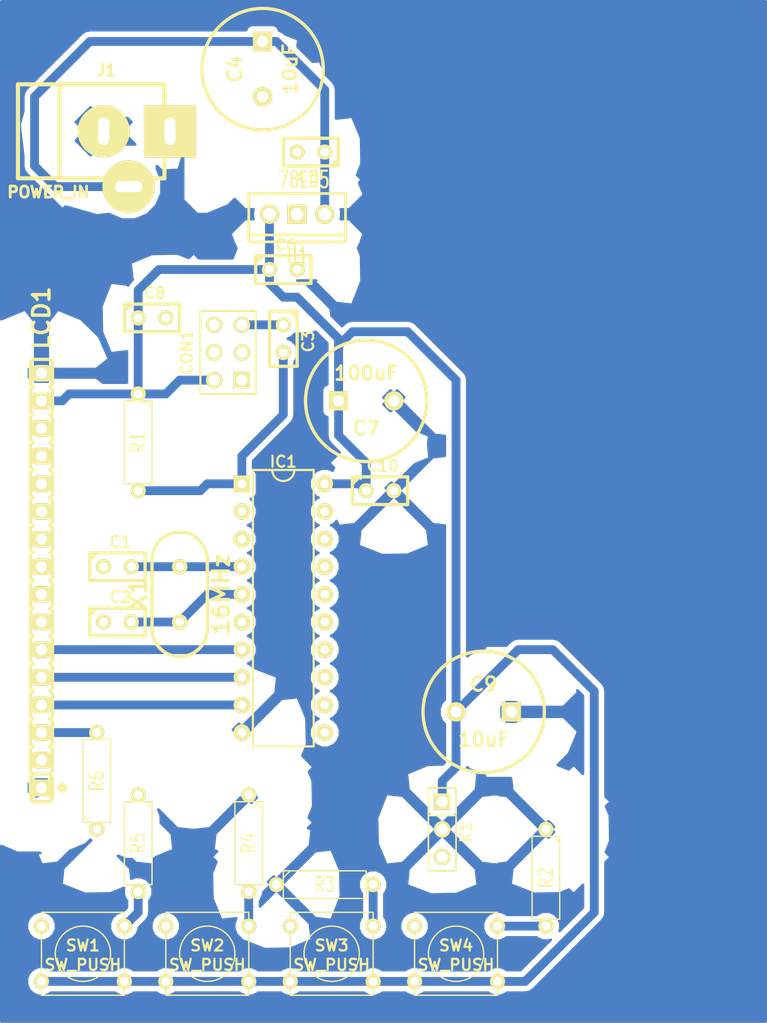
<source format=kicad_pcb>
(kicad_pcb (version 3) (host pcbnew "(2013-feb-26)-stable")

  (general
    (links 74)
    (no_connects 37)
    (area 12.248445 12.735559 64.452501 104.457501)
    (thickness 1.6)
    (drawings 0)
    (tracks 68)
    (zones 0)
    (modules 27)
    (nets 24)
  )

  (page A3)
  (layers
    (15 F.Cu signal)
    (0 B.Cu signal)
    (16 B.Adhes user)
    (17 F.Adhes user)
    (18 B.Paste user)
    (19 F.Paste user)
    (20 B.SilkS user)
    (21 F.SilkS user)
    (22 B.Mask user)
    (23 F.Mask user)
    (24 Dwgs.User user)
    (25 Cmts.User user)
    (26 Eco1.User user)
    (27 Eco2.User user)
    (28 Edge.Cuts user)
  )

  (setup
    (last_trace_width 0.8128)
    (trace_clearance 0.254)
    (zone_clearance 0.508)
    (zone_45_only no)
    (trace_min 0.254)
    (segment_width 0.2)
    (edge_width 0.15)
    (via_size 0.889)
    (via_drill 0.635)
    (via_min_size 0.889)
    (via_min_drill 0.508)
    (uvia_size 0.508)
    (uvia_drill 0.127)
    (uvias_allowed no)
    (uvia_min_size 0.508)
    (uvia_min_drill 0.127)
    (pcb_text_width 0.3)
    (pcb_text_size 1 1)
    (mod_edge_width 0.15)
    (mod_text_size 1 1)
    (mod_text_width 0.15)
    (pad_size 1 1)
    (pad_drill 0.6)
    (pad_to_mask_clearance 0)
    (aux_axis_origin 0 0)
    (visible_elements FFFFFFBF)
    (pcbplotparams
      (layerselection 3178497)
      (usegerberextensions true)
      (excludeedgelayer true)
      (linewidth 152400)
      (plotframeref false)
      (viasonmask false)
      (mode 1)
      (useauxorigin false)
      (hpglpennumber 1)
      (hpglpenspeed 20)
      (hpglpendiameter 15)
      (hpglpenoverlay 2)
      (psnegative false)
      (psa4output false)
      (plotreference true)
      (plotvalue true)
      (plotothertext true)
      (plotinvisibletext false)
      (padsonsilk false)
      (subtractmaskfromsilk false)
      (outputformat 1)
      (mirror false)
      (drillshape 1)
      (scaleselection 1)
      (outputdirectory ""))
  )

  (net 0 "")
  (net 1 +5V)
  (net 2 +9V)
  (net 3 /MISO)
  (net 4 /MOSI)
  (net 5 /RST)
  (net 6 /SCK)
  (net 7 GND)
  (net 8 N-0000013)
  (net 9 N-0000014)
  (net 10 N-0000016)
  (net 11 N-0000017)
  (net 12 N-0000018)
  (net 13 N-0000019)
  (net 14 N-000002)
  (net 15 N-0000020)
  (net 16 N-0000021)
  (net 17 N-0000022)
  (net 18 N-0000023)
  (net 19 N-000004)
  (net 20 N-000005)
  (net 21 N-000006)
  (net 22 N-000007)
  (net 23 N-000008)

  (net_class Default "This is the default net class."
    (clearance 0.254)
    (trace_width 0.8128)
    (via_dia 0.889)
    (via_drill 0.635)
    (uvia_dia 0.508)
    (uvia_drill 0.127)
    (add_net "")
    (add_net +5V)
    (add_net +9V)
    (add_net /MISO)
    (add_net /MOSI)
    (add_net /RST)
    (add_net /SCK)
    (add_net GND)
    (add_net N-0000013)
    (add_net N-0000014)
    (add_net N-0000016)
    (add_net N-0000017)
    (add_net N-0000018)
    (add_net N-0000019)
    (add_net N-000002)
    (add_net N-0000020)
    (add_net N-0000021)
    (add_net N-0000022)
    (add_net N-0000023)
    (add_net N-000004)
    (add_net N-000005)
    (add_net N-000006)
    (add_net N-000007)
    (add_net N-000008)
  )

  (module SW_PUSH_SMALL (layer F.Cu) (tedit 46544DB3) (tstamp 516D228E)
    (at 20.32 100.33)
    (path /516C6404)
    (fp_text reference SW1 (at 0 -0.762) (layer F.SilkS)
      (effects (font (size 1.016 1.016) (thickness 0.2032)))
    )
    (fp_text value SW_PUSH (at 0 1.016) (layer F.SilkS)
      (effects (font (size 1.016 1.016) (thickness 0.2032)))
    )
    (fp_circle (center 0 0) (end 0 -2.54) (layer F.SilkS) (width 0.127))
    (fp_line (start -3.81 -3.81) (end 3.81 -3.81) (layer F.SilkS) (width 0.127))
    (fp_line (start 3.81 -3.81) (end 3.81 3.81) (layer F.SilkS) (width 0.127))
    (fp_line (start 3.81 3.81) (end -3.81 3.81) (layer F.SilkS) (width 0.127))
    (fp_line (start -3.81 -3.81) (end -3.81 3.81) (layer F.SilkS) (width 0.127))
    (pad 1 thru_hole circle (at 3.81 -2.54) (size 1.397 1.397) (drill 0.8128)
      (layers *.Cu *.Mask F.SilkS)
      (net 23 N-000008)
    )
    (pad 2 thru_hole circle (at 3.81 2.54) (size 1.397 1.397) (drill 0.8128)
      (layers *.Cu *.Mask F.SilkS)
      (net 1 +5V)
    )
    (pad 1 thru_hole circle (at -3.81 -2.54) (size 1.397 1.397) (drill 0.8128)
      (layers *.Cu *.Mask F.SilkS)
      (net 23 N-000008)
    )
    (pad 2 thru_hole circle (at -3.81 2.54) (size 1.397 1.397) (drill 0.8128)
      (layers *.Cu *.Mask F.SilkS)
      (net 1 +5V)
    )
  )

  (module SW_PUSH_SMALL (layer F.Cu) (tedit 46544DB3) (tstamp 516D229B)
    (at 31.75 100.33)
    (path /516C63FE)
    (fp_text reference SW2 (at 0 -0.762) (layer F.SilkS)
      (effects (font (size 1.016 1.016) (thickness 0.2032)))
    )
    (fp_text value SW_PUSH (at 0 1.016) (layer F.SilkS)
      (effects (font (size 1.016 1.016) (thickness 0.2032)))
    )
    (fp_circle (center 0 0) (end 0 -2.54) (layer F.SilkS) (width 0.127))
    (fp_line (start -3.81 -3.81) (end 3.81 -3.81) (layer F.SilkS) (width 0.127))
    (fp_line (start 3.81 -3.81) (end 3.81 3.81) (layer F.SilkS) (width 0.127))
    (fp_line (start 3.81 3.81) (end -3.81 3.81) (layer F.SilkS) (width 0.127))
    (fp_line (start -3.81 -3.81) (end -3.81 3.81) (layer F.SilkS) (width 0.127))
    (pad 1 thru_hole circle (at 3.81 -2.54) (size 1.397 1.397) (drill 0.8128)
      (layers *.Cu *.Mask F.SilkS)
      (net 22 N-000007)
    )
    (pad 2 thru_hole circle (at 3.81 2.54) (size 1.397 1.397) (drill 0.8128)
      (layers *.Cu *.Mask F.SilkS)
      (net 1 +5V)
    )
    (pad 1 thru_hole circle (at -3.81 -2.54) (size 1.397 1.397) (drill 0.8128)
      (layers *.Cu *.Mask F.SilkS)
      (net 22 N-000007)
    )
    (pad 2 thru_hole circle (at -3.81 2.54) (size 1.397 1.397) (drill 0.8128)
      (layers *.Cu *.Mask F.SilkS)
      (net 1 +5V)
    )
  )

  (module SW_PUSH_SMALL (layer F.Cu) (tedit 46544DB3) (tstamp 516D22A8)
    (at 43.18 100.33)
    (path /516C63F8)
    (fp_text reference SW3 (at 0 -0.762) (layer F.SilkS)
      (effects (font (size 1.016 1.016) (thickness 0.2032)))
    )
    (fp_text value SW_PUSH (at 0 1.016) (layer F.SilkS)
      (effects (font (size 1.016 1.016) (thickness 0.2032)))
    )
    (fp_circle (center 0 0) (end 0 -2.54) (layer F.SilkS) (width 0.127))
    (fp_line (start -3.81 -3.81) (end 3.81 -3.81) (layer F.SilkS) (width 0.127))
    (fp_line (start 3.81 -3.81) (end 3.81 3.81) (layer F.SilkS) (width 0.127))
    (fp_line (start 3.81 3.81) (end -3.81 3.81) (layer F.SilkS) (width 0.127))
    (fp_line (start -3.81 -3.81) (end -3.81 3.81) (layer F.SilkS) (width 0.127))
    (pad 1 thru_hole circle (at 3.81 -2.54) (size 1.397 1.397) (drill 0.8128)
      (layers *.Cu *.Mask F.SilkS)
      (net 21 N-000006)
    )
    (pad 2 thru_hole circle (at 3.81 2.54) (size 1.397 1.397) (drill 0.8128)
      (layers *.Cu *.Mask F.SilkS)
      (net 1 +5V)
    )
    (pad 1 thru_hole circle (at -3.81 -2.54) (size 1.397 1.397) (drill 0.8128)
      (layers *.Cu *.Mask F.SilkS)
      (net 21 N-000006)
    )
    (pad 2 thru_hole circle (at -3.81 2.54) (size 1.397 1.397) (drill 0.8128)
      (layers *.Cu *.Mask F.SilkS)
      (net 1 +5V)
    )
  )

  (module SW_PUSH_SMALL (layer F.Cu) (tedit 46544DB3) (tstamp 516D22B5)
    (at 54.61 100.33)
    (path /516C63EB)
    (fp_text reference SW4 (at 0 -0.762) (layer F.SilkS)
      (effects (font (size 1.016 1.016) (thickness 0.2032)))
    )
    (fp_text value SW_PUSH (at 0 1.016) (layer F.SilkS)
      (effects (font (size 1.016 1.016) (thickness 0.2032)))
    )
    (fp_circle (center 0 0) (end 0 -2.54) (layer F.SilkS) (width 0.127))
    (fp_line (start -3.81 -3.81) (end 3.81 -3.81) (layer F.SilkS) (width 0.127))
    (fp_line (start 3.81 -3.81) (end 3.81 3.81) (layer F.SilkS) (width 0.127))
    (fp_line (start 3.81 3.81) (end -3.81 3.81) (layer F.SilkS) (width 0.127))
    (fp_line (start -3.81 -3.81) (end -3.81 3.81) (layer F.SilkS) (width 0.127))
    (pad 1 thru_hole circle (at 3.81 -2.54) (size 1.397 1.397) (drill 0.8128)
      (layers *.Cu *.Mask F.SilkS)
      (net 20 N-000005)
    )
    (pad 2 thru_hole circle (at 3.81 2.54) (size 1.397 1.397) (drill 0.8128)
      (layers *.Cu *.Mask F.SilkS)
      (net 1 +5V)
    )
    (pad 1 thru_hole circle (at -3.81 -2.54) (size 1.397 1.397) (drill 0.8128)
      (layers *.Cu *.Mask F.SilkS)
      (net 20 N-000005)
    )
    (pad 2 thru_hole circle (at -3.81 2.54) (size 1.397 1.397) (drill 0.8128)
      (layers *.Cu *.Mask F.SilkS)
      (net 1 +5V)
    )
  )

  (module R3-5 (layer F.Cu) (tedit 3F979F9F) (tstamp 516D22C3)
    (at 21.59 84.455 90)
    (path /516D2054)
    (fp_text reference R6 (at 0 0 90) (layer F.SilkS)
      (effects (font (size 1.27 1.016) (thickness 0.1524)))
    )
    (fp_text value 510 (at 0 0 90) (layer F.SilkS) hide
      (effects (font (size 1.27 1.016) (thickness 0.1524)))
    )
    (fp_line (start -3.81 -0.635) (end -3.81 1.27) (layer F.SilkS) (width 0.127))
    (fp_line (start -3.81 1.27) (end 3.81 1.27) (layer F.SilkS) (width 0.127))
    (fp_line (start 3.81 1.27) (end 3.81 -1.27) (layer F.SilkS) (width 0.127))
    (fp_line (start 3.81 -1.27) (end -3.81 -1.27) (layer F.SilkS) (width 0.127))
    (fp_line (start -3.81 -1.27) (end -3.81 -0.635) (layer F.SilkS) (width 0.127))
    (fp_line (start -4.445 0) (end -3.81 0) (layer F.SilkS) (width 0.127))
    (fp_line (start 3.81 0) (end 4.445 0) (layer F.SilkS) (width 0.127))
    (fp_line (start -3.81 -0.635) (end -3.175 -1.27) (layer F.SilkS) (width 0.127))
    (pad 1 thru_hole circle (at -4.445 0 90) (size 1.397 1.397) (drill 0.8128)
      (layers *.Cu *.Mask F.SilkS)
      (net 7 GND)
    )
    (pad 2 thru_hole circle (at 4.445 0 90) (size 1.397 1.397) (drill 0.8128)
      (layers *.Cu *.Mask F.SilkS)
      (net 19 N-000004)
    )
    (model discret/resistor.wrl
      (at (xyz 0 0 0))
      (scale (xyz 0.35 0.35 0.3))
      (rotate (xyz 0 0 0))
    )
  )

  (module R3-5 (layer F.Cu) (tedit 3F979F9F) (tstamp 516D22D1)
    (at 25.4 53.34 270)
    (path /516C7CED)
    (fp_text reference R1 (at 0 0 270) (layer F.SilkS)
      (effects (font (size 1.27 1.016) (thickness 0.1524)))
    )
    (fp_text value 10k (at 0 0 270) (layer F.SilkS) hide
      (effects (font (size 1.27 1.016) (thickness 0.1524)))
    )
    (fp_line (start -3.81 -0.635) (end -3.81 1.27) (layer F.SilkS) (width 0.127))
    (fp_line (start -3.81 1.27) (end 3.81 1.27) (layer F.SilkS) (width 0.127))
    (fp_line (start 3.81 1.27) (end 3.81 -1.27) (layer F.SilkS) (width 0.127))
    (fp_line (start 3.81 -1.27) (end -3.81 -1.27) (layer F.SilkS) (width 0.127))
    (fp_line (start -3.81 -1.27) (end -3.81 -0.635) (layer F.SilkS) (width 0.127))
    (fp_line (start -4.445 0) (end -3.81 0) (layer F.SilkS) (width 0.127))
    (fp_line (start 3.81 0) (end 4.445 0) (layer F.SilkS) (width 0.127))
    (fp_line (start -3.81 -0.635) (end -3.175 -1.27) (layer F.SilkS) (width 0.127))
    (pad 1 thru_hole circle (at -4.445 0 270) (size 1.397 1.397) (drill 0.8128)
      (layers *.Cu *.Mask F.SilkS)
      (net 1 +5V)
    )
    (pad 2 thru_hole circle (at 4.445 0 270) (size 1.397 1.397) (drill 0.8128)
      (layers *.Cu *.Mask F.SilkS)
      (net 18 N-0000023)
    )
    (model discret/resistor.wrl
      (at (xyz 0 0 0))
      (scale (xyz 0.35 0.35 0.3))
      (rotate (xyz 0 0 0))
    )
  )

  (module R3-5 (layer F.Cu) (tedit 3F979F9F) (tstamp 516D22DF)
    (at 62.865 93.345 270)
    (path /516C72E9)
    (fp_text reference R2 (at 0 0 270) (layer F.SilkS)
      (effects (font (size 1.27 1.016) (thickness 0.1524)))
    )
    (fp_text value 10k (at 0 0 270) (layer F.SilkS) hide
      (effects (font (size 1.27 1.016) (thickness 0.1524)))
    )
    (fp_line (start -3.81 -0.635) (end -3.81 1.27) (layer F.SilkS) (width 0.127))
    (fp_line (start -3.81 1.27) (end 3.81 1.27) (layer F.SilkS) (width 0.127))
    (fp_line (start 3.81 1.27) (end 3.81 -1.27) (layer F.SilkS) (width 0.127))
    (fp_line (start 3.81 -1.27) (end -3.81 -1.27) (layer F.SilkS) (width 0.127))
    (fp_line (start -3.81 -1.27) (end -3.81 -0.635) (layer F.SilkS) (width 0.127))
    (fp_line (start -4.445 0) (end -3.81 0) (layer F.SilkS) (width 0.127))
    (fp_line (start 3.81 0) (end 4.445 0) (layer F.SilkS) (width 0.127))
    (fp_line (start -3.81 -0.635) (end -3.175 -1.27) (layer F.SilkS) (width 0.127))
    (pad 1 thru_hole circle (at -4.445 0 270) (size 1.397 1.397) (drill 0.8128)
      (layers *.Cu *.Mask F.SilkS)
      (net 7 GND)
    )
    (pad 2 thru_hole circle (at 4.445 0 270) (size 1.397 1.397) (drill 0.8128)
      (layers *.Cu *.Mask F.SilkS)
      (net 20 N-000005)
    )
    (model discret/resistor.wrl
      (at (xyz 0 0 0))
      (scale (xyz 0.35 0.35 0.3))
      (rotate (xyz 0 0 0))
    )
  )

  (module R3-5 (layer F.Cu) (tedit 3F979F9F) (tstamp 516D22ED)
    (at 42.545 93.98)
    (path /516C72E3)
    (fp_text reference R3 (at 0 0) (layer F.SilkS)
      (effects (font (size 1.27 1.016) (thickness 0.1524)))
    )
    (fp_text value 10k (at 0 0) (layer F.SilkS) hide
      (effects (font (size 1.27 1.016) (thickness 0.1524)))
    )
    (fp_line (start -3.81 -0.635) (end -3.81 1.27) (layer F.SilkS) (width 0.127))
    (fp_line (start -3.81 1.27) (end 3.81 1.27) (layer F.SilkS) (width 0.127))
    (fp_line (start 3.81 1.27) (end 3.81 -1.27) (layer F.SilkS) (width 0.127))
    (fp_line (start 3.81 -1.27) (end -3.81 -1.27) (layer F.SilkS) (width 0.127))
    (fp_line (start -3.81 -1.27) (end -3.81 -0.635) (layer F.SilkS) (width 0.127))
    (fp_line (start -4.445 0) (end -3.81 0) (layer F.SilkS) (width 0.127))
    (fp_line (start 3.81 0) (end 4.445 0) (layer F.SilkS) (width 0.127))
    (fp_line (start -3.81 -0.635) (end -3.175 -1.27) (layer F.SilkS) (width 0.127))
    (pad 1 thru_hole circle (at -4.445 0) (size 1.397 1.397) (drill 0.8128)
      (layers *.Cu *.Mask F.SilkS)
      (net 7 GND)
    )
    (pad 2 thru_hole circle (at 4.445 0) (size 1.397 1.397) (drill 0.8128)
      (layers *.Cu *.Mask F.SilkS)
      (net 21 N-000006)
    )
    (model discret/resistor.wrl
      (at (xyz 0 0 0))
      (scale (xyz 0.35 0.35 0.3))
      (rotate (xyz 0 0 0))
    )
  )

  (module R3-5 (layer F.Cu) (tedit 3F979F9F) (tstamp 516D22FB)
    (at 35.56 90.17 270)
    (path /516C7264)
    (fp_text reference R4 (at 0 0 270) (layer F.SilkS)
      (effects (font (size 1.27 1.016) (thickness 0.1524)))
    )
    (fp_text value 10k (at 0 0 270) (layer F.SilkS) hide
      (effects (font (size 1.27 1.016) (thickness 0.1524)))
    )
    (fp_line (start -3.81 -0.635) (end -3.81 1.27) (layer F.SilkS) (width 0.127))
    (fp_line (start -3.81 1.27) (end 3.81 1.27) (layer F.SilkS) (width 0.127))
    (fp_line (start 3.81 1.27) (end 3.81 -1.27) (layer F.SilkS) (width 0.127))
    (fp_line (start 3.81 -1.27) (end -3.81 -1.27) (layer F.SilkS) (width 0.127))
    (fp_line (start -3.81 -1.27) (end -3.81 -0.635) (layer F.SilkS) (width 0.127))
    (fp_line (start -4.445 0) (end -3.81 0) (layer F.SilkS) (width 0.127))
    (fp_line (start 3.81 0) (end 4.445 0) (layer F.SilkS) (width 0.127))
    (fp_line (start -3.81 -0.635) (end -3.175 -1.27) (layer F.SilkS) (width 0.127))
    (pad 1 thru_hole circle (at -4.445 0 270) (size 1.397 1.397) (drill 0.8128)
      (layers *.Cu *.Mask F.SilkS)
      (net 7 GND)
    )
    (pad 2 thru_hole circle (at 4.445 0 270) (size 1.397 1.397) (drill 0.8128)
      (layers *.Cu *.Mask F.SilkS)
      (net 22 N-000007)
    )
    (model discret/resistor.wrl
      (at (xyz 0 0 0))
      (scale (xyz 0.35 0.35 0.3))
      (rotate (xyz 0 0 0))
    )
  )

  (module R3-5 (layer F.Cu) (tedit 3F979F9F) (tstamp 516D2309)
    (at 25.4 90.17 270)
    (path /516C71EA)
    (fp_text reference R5 (at 0 0 270) (layer F.SilkS)
      (effects (font (size 1.27 1.016) (thickness 0.1524)))
    )
    (fp_text value 10k (at 0 0 270) (layer F.SilkS) hide
      (effects (font (size 1.27 1.016) (thickness 0.1524)))
    )
    (fp_line (start -3.81 -0.635) (end -3.81 1.27) (layer F.SilkS) (width 0.127))
    (fp_line (start -3.81 1.27) (end 3.81 1.27) (layer F.SilkS) (width 0.127))
    (fp_line (start 3.81 1.27) (end 3.81 -1.27) (layer F.SilkS) (width 0.127))
    (fp_line (start 3.81 -1.27) (end -3.81 -1.27) (layer F.SilkS) (width 0.127))
    (fp_line (start -3.81 -1.27) (end -3.81 -0.635) (layer F.SilkS) (width 0.127))
    (fp_line (start -4.445 0) (end -3.81 0) (layer F.SilkS) (width 0.127))
    (fp_line (start 3.81 0) (end 4.445 0) (layer F.SilkS) (width 0.127))
    (fp_line (start -3.81 -0.635) (end -3.175 -1.27) (layer F.SilkS) (width 0.127))
    (pad 1 thru_hole circle (at -4.445 0 270) (size 1.397 1.397) (drill 0.8128)
      (layers *.Cu *.Mask F.SilkS)
      (net 7 GND)
    )
    (pad 2 thru_hole circle (at 4.445 0 270) (size 1.397 1.397) (drill 0.8128)
      (layers *.Cu *.Mask F.SilkS)
      (net 23 N-000008)
    )
    (model discret/resistor.wrl
      (at (xyz 0 0 0))
      (scale (xyz 0.35 0.35 0.3))
      (rotate (xyz 0 0 0))
    )
  )

  (module PIN_ARRAY_3X2 (layer F.Cu) (tedit 42931587) (tstamp 516D2317)
    (at 33.655 45.085 90)
    (descr "Double rangee de contacts 2 x 4 pins")
    (tags CONN)
    (path /516C7B54)
    (fp_text reference CON1 (at 0 -3.81 90) (layer F.SilkS)
      (effects (font (size 1.016 1.016) (thickness 0.2032)))
    )
    (fp_text value AVR-ISP-6 (at 0 3.81 90) (layer F.SilkS) hide
      (effects (font (size 1.016 1.016) (thickness 0.2032)))
    )
    (fp_line (start 3.81 2.54) (end -3.81 2.54) (layer F.SilkS) (width 0.2032))
    (fp_line (start -3.81 -2.54) (end 3.81 -2.54) (layer F.SilkS) (width 0.2032))
    (fp_line (start 3.81 -2.54) (end 3.81 2.54) (layer F.SilkS) (width 0.2032))
    (fp_line (start -3.81 2.54) (end -3.81 -2.54) (layer F.SilkS) (width 0.2032))
    (pad 1 thru_hole rect (at -2.54 1.27 90) (size 1.524 1.524) (drill 1.016)
      (layers *.Cu *.Mask F.SilkS)
      (net 3 /MISO)
    )
    (pad 2 thru_hole circle (at -2.54 -1.27 90) (size 1.524 1.524) (drill 1.016)
      (layers *.Cu *.Mask F.SilkS)
      (net 1 +5V)
    )
    (pad 3 thru_hole circle (at 0 1.27 90) (size 1.524 1.524) (drill 1.016)
      (layers *.Cu *.Mask F.SilkS)
      (net 6 /SCK)
    )
    (pad 4 thru_hole circle (at 0 -1.27 90) (size 1.524 1.524) (drill 1.016)
      (layers *.Cu *.Mask F.SilkS)
      (net 4 /MOSI)
    )
    (pad 5 thru_hole circle (at 2.54 1.27 90) (size 1.524 1.524) (drill 1.016)
      (layers *.Cu *.Mask F.SilkS)
      (net 5 /RST)
    )
    (pad 6 thru_hole circle (at 2.54 -1.27 90) (size 1.524 1.524) (drill 1.016)
      (layers *.Cu *.Mask F.SilkS)
      (net 7 GND)
    )
    (model pin_array/pins_array_3x2.wrl
      (at (xyz 0 0 0))
      (scale (xyz 1 1 1))
      (rotate (xyz 0 0 0))
    )
  )

  (module PIN_ARRAY_3X1 (layer F.Cu) (tedit 4C1130E0) (tstamp 516D2323)
    (at 53.34 88.9 270)
    (descr "Connecteur 3 pins")
    (tags "CONN DEV")
    (path /516D2377)
    (fp_text reference K1 (at 0.254 -2.159 270) (layer F.SilkS)
      (effects (font (size 1.016 1.016) (thickness 0.1524)))
    )
    (fp_text value SENS (at 0 -2.159 270) (layer F.SilkS) hide
      (effects (font (size 1.016 1.016) (thickness 0.1524)))
    )
    (fp_line (start -3.81 1.27) (end -3.81 -1.27) (layer F.SilkS) (width 0.1524))
    (fp_line (start -3.81 -1.27) (end 3.81 -1.27) (layer F.SilkS) (width 0.1524))
    (fp_line (start 3.81 -1.27) (end 3.81 1.27) (layer F.SilkS) (width 0.1524))
    (fp_line (start 3.81 1.27) (end -3.81 1.27) (layer F.SilkS) (width 0.1524))
    (fp_line (start -1.27 -1.27) (end -1.27 1.27) (layer F.SilkS) (width 0.1524))
    (pad 1 thru_hole rect (at -2.54 0 270) (size 1.524 1.524) (drill 1.016)
      (layers *.Cu *.Mask F.SilkS)
      (net 1 +5V)
    )
    (pad 2 thru_hole circle (at 0 0 270) (size 1.524 1.524) (drill 1.016)
      (layers *.Cu *.Mask F.SilkS)
      (net 7 GND)
    )
    (pad 3 thru_hole circle (at 2.54 0 270) (size 1.524 1.524) (drill 1.016)
      (layers *.Cu *.Mask F.SilkS)
      (net 14 N-000002)
    )
    (model pin_array/pins_array_3x1.wrl
      (at (xyz 0 0 0))
      (scale (xyz 1 1 1))
      (rotate (xyz 0 0 0))
    )
  )

  (module LV_1602-LCD-16pin (layer F.Cu) (tedit 500EFB7F) (tstamp 516D23A7)
    (at 31.75 53.34 90)
    (descr "16x2 LCD, connected using 16 pins (8-bit mode, with backlit)")
    (tags "1602 16X2 LCD")
    (path /516D1A3A)
    (fp_text reference LCD1 (at 11.43 -15.24 90) (layer F.SilkS)
      (effects (font (size 1.524 1.524) (thickness 0.3048)))
    )
    (fp_text value LV_1602_LCD_HD44780_6+6 (at -1.44272 -1.02616 90) (layer F.SilkS) hide
      (effects (font (size 1.016 1.016) (thickness 0.254)))
    )
    (fp_line (start -32.766 -16.256) (end -30.734 -14.224) (layer F.SilkS) (width 0.3048))
    (fp_line (start -30.734 -16.256) (end -32.766 -14.224) (layer F.SilkS) (width 0.3048))
    (fp_line (start -30.48 -16.002) (end -30.48 -14.478) (layer F.SilkS) (width 0.3048))
    (fp_line (start -12.446 -14.224) (end -10.414 -14.224) (layer F.SilkS) (width 0.3048))
    (fp_line (start -10.414 -14.224) (end -10.16 -14.478) (layer F.SilkS) (width 0.3048))
    (fp_line (start -10.16 -14.478) (end -9.906 -14.224) (layer F.SilkS) (width 0.3048))
    (fp_line (start -9.906 -14.224) (end -7.874 -14.224) (layer F.SilkS) (width 0.3048))
    (fp_line (start -7.874 -14.224) (end -7.62 -14.478) (layer F.SilkS) (width 0.3048))
    (fp_line (start -17.78 -14.478) (end -17.526 -14.224) (layer F.SilkS) (width 0.3048))
    (fp_line (start -17.526 -14.224) (end -15.494 -14.224) (layer F.SilkS) (width 0.3048))
    (fp_line (start -15.494 -14.224) (end -15.24 -14.478) (layer F.SilkS) (width 0.3048))
    (fp_line (start -15.24 -14.478) (end -14.986 -14.224) (layer F.SilkS) (width 0.3048))
    (fp_line (start -14.986 -14.224) (end -12.954 -14.224) (layer F.SilkS) (width 0.3048))
    (fp_line (start -12.954 -14.224) (end -12.7 -14.478) (layer F.SilkS) (width 0.3048))
    (fp_line (start -12.7 -14.478) (end -12.446 -14.224) (layer F.SilkS) (width 0.3048))
    (fp_line (start -17.78 -16.002) (end -17.526 -16.256) (layer F.SilkS) (width 0.3048))
    (fp_line (start -17.526 -16.256) (end -15.494 -16.256) (layer F.SilkS) (width 0.3048))
    (fp_line (start -15.494 -16.256) (end -15.24 -16.002) (layer F.SilkS) (width 0.3048))
    (fp_line (start -15.24 -16.002) (end -14.986 -16.256) (layer F.SilkS) (width 0.3048))
    (fp_line (start -14.986 -16.256) (end -12.954 -16.256) (layer F.SilkS) (width 0.3048))
    (fp_line (start -12.954 -16.256) (end -12.7 -16.002) (layer F.SilkS) (width 0.3048))
    (fp_line (start -12.7 -16.002) (end -12.446 -16.256) (layer F.SilkS) (width 0.3048))
    (fp_line (start -12.446 -16.256) (end -10.414 -16.256) (layer F.SilkS) (width 0.3048))
    (fp_line (start -10.414 -16.256) (end -10.16 -16.002) (layer F.SilkS) (width 0.3048))
    (fp_line (start -10.16 -16.002) (end -9.906 -16.256) (layer F.SilkS) (width 0.3048))
    (fp_line (start -9.906 -16.256) (end -7.874 -16.256) (layer F.SilkS) (width 0.3048))
    (fp_line (start -7.874 -16.256) (end -7.62 -16.002) (layer F.SilkS) (width 0.3048))
    (fp_circle (center -31.75 -13.335) (end -32.004 -13.335) (layer F.SilkS) (width 0.381))
    (fp_line (start 7.62 -16.002) (end 7.62 -14.478) (layer F.SilkS) (width 0.3048))
    (fp_line (start 7.62 -14.478) (end 7.366 -14.224) (layer F.SilkS) (width 0.3048))
    (fp_line (start 7.366 -14.224) (end 5.334 -14.224) (layer F.SilkS) (width 0.3048))
    (fp_line (start 5.334 -16.256) (end 7.366 -16.256) (layer F.SilkS) (width 0.3048))
    (fp_line (start 7.366 -16.256) (end 7.62 -16.002) (layer F.SilkS) (width 0.3048))
    (fp_line (start -7.62 -14.478) (end -7.366 -14.224) (layer F.SilkS) (width 0.3048))
    (fp_line (start -7.366 -14.224) (end -5.334 -14.224) (layer F.SilkS) (width 0.3048))
    (fp_line (start -5.334 -16.256) (end -7.366 -16.256) (layer F.SilkS) (width 0.3048))
    (fp_line (start -7.366 -16.256) (end -7.62 -16.002) (layer F.SilkS) (width 0.3048))
    (fp_line (start -20.066 -14.224) (end -18.034 -14.224) (layer F.SilkS) (width 0.3048))
    (fp_line (start -18.034 -16.256) (end -17.78 -16.002) (layer F.SilkS) (width 0.3048))
    (fp_line (start -17.78 -14.478) (end -18.034 -14.224) (layer F.SilkS) (width 0.3048))
    (fp_line (start -18.034 -16.256) (end -20.066 -16.256) (layer F.SilkS) (width 0.3048))
    (fp_line (start -32.766 -14.224) (end -30.734 -14.224) (layer F.SilkS) (width 0.3048))
    (fp_line (start -30.734 -16.256) (end -32.766 -16.256) (layer F.SilkS) (width 0.3048))
    (fp_line (start -32.766 -16.256) (end -33.02 -16.002) (layer F.SilkS) (width 0.3048))
    (fp_line (start -33.02 -16.002) (end -33.02 -14.478) (layer F.SilkS) (width 0.3048))
    (fp_line (start -33.02 -14.478) (end -32.766 -14.224) (layer F.SilkS) (width 0.3048))
    (fp_line (start -2.286 -14.224) (end -0.254 -14.224) (layer F.SilkS) (width 0.3048))
    (fp_line (start -2.54 -14.478) (end -2.286 -14.224) (layer F.SilkS) (width 0.3048))
    (fp_line (start -2.794 -14.224) (end -2.54 -14.478) (layer F.SilkS) (width 0.3048))
    (fp_line (start -4.826 -14.224) (end -2.794 -14.224) (layer F.SilkS) (width 0.3048))
    (fp_line (start -5.08 -14.478) (end -4.826 -14.224) (layer F.SilkS) (width 0.3048))
    (fp_line (start -5.334 -14.224) (end -5.08 -14.478) (layer F.SilkS) (width 0.3048))
    (fp_line (start 0 -14.478) (end -0.254 -14.224) (layer F.SilkS) (width 0.3048))
    (fp_line (start 0.254 -14.224) (end 0 -14.478) (layer F.SilkS) (width 0.3048))
    (fp_line (start 2.286 -14.224) (end 0.254 -14.224) (layer F.SilkS) (width 0.3048))
    (fp_line (start 2.54 -14.478) (end 2.286 -14.224) (layer F.SilkS) (width 0.3048))
    (fp_line (start 2.794 -14.224) (end 2.54 -14.478) (layer F.SilkS) (width 0.3048))
    (fp_line (start 3.048 -14.224) (end 2.794 -14.224) (layer F.SilkS) (width 0.3048))
    (fp_line (start 4.826 -14.224) (end 3.048 -14.224) (layer F.SilkS) (width 0.3048))
    (fp_line (start 5.08 -14.478) (end 4.826 -14.224) (layer F.SilkS) (width 0.3048))
    (fp_line (start 5.334 -14.224) (end 5.08 -14.478) (layer F.SilkS) (width 0.3048))
    (fp_line (start 5.08 -16.002) (end 5.334 -16.256) (layer F.SilkS) (width 0.3048))
    (fp_line (start 4.826 -16.256) (end 5.08 -16.002) (layer F.SilkS) (width 0.3048))
    (fp_line (start 2.794 -16.256) (end 4.826 -16.256) (layer F.SilkS) (width 0.3048))
    (fp_line (start 2.54 -16.002) (end 2.794 -16.256) (layer F.SilkS) (width 0.3048))
    (fp_line (start 2.286 -16.256) (end 2.54 -16.002) (layer F.SilkS) (width 0.3048))
    (fp_line (start 0.254 -16.256) (end 2.286 -16.256) (layer F.SilkS) (width 0.3048))
    (fp_line (start 0 -16.002) (end 0.254 -16.256) (layer F.SilkS) (width 0.3048))
    (fp_line (start -0.254 -16.256) (end 0 -16.002) (layer F.SilkS) (width 0.3048))
    (fp_line (start -2.286 -16.256) (end -0.254 -16.256) (layer F.SilkS) (width 0.3048))
    (fp_line (start -2.54 -16.002) (end -2.286 -16.256) (layer F.SilkS) (width 0.3048))
    (fp_line (start -2.794 -16.256) (end -2.54 -16.002) (layer F.SilkS) (width 0.3048))
    (fp_line (start -4.826 -16.256) (end -2.794 -16.256) (layer F.SilkS) (width 0.3048))
    (fp_line (start -5.08 -16.002) (end -4.826 -16.256) (layer F.SilkS) (width 0.3048))
    (fp_line (start -5.334 -16.256) (end -5.08 -16.002) (layer F.SilkS) (width 0.3048))
    (fp_line (start -30.734 -16.256) (end -30.48 -16.002) (layer F.SilkS) (width 0.3048))
    (fp_line (start -30.48 -16.002) (end -30.226 -16.256) (layer F.SilkS) (width 0.3048))
    (fp_line (start -30.226 -16.256) (end -28.194 -16.256) (layer F.SilkS) (width 0.3048))
    (fp_line (start -28.194 -16.256) (end -27.94 -16.002) (layer F.SilkS) (width 0.3048))
    (fp_line (start -27.94 -16.002) (end -27.686 -16.256) (layer F.SilkS) (width 0.3048))
    (fp_line (start -27.686 -16.256) (end -25.654 -16.256) (layer F.SilkS) (width 0.3048))
    (fp_line (start -25.654 -16.256) (end -25.4 -16.002) (layer F.SilkS) (width 0.3048))
    (fp_line (start -25.4 -16.002) (end -25.146 -16.256) (layer F.SilkS) (width 0.3048))
    (fp_line (start -25.146 -16.256) (end -23.114 -16.256) (layer F.SilkS) (width 0.3048))
    (fp_line (start -23.114 -16.256) (end -22.86 -16.002) (layer F.SilkS) (width 0.3048))
    (fp_line (start -22.86 -16.002) (end -22.606 -16.256) (layer F.SilkS) (width 0.3048))
    (fp_line (start -22.606 -16.256) (end -20.574 -16.256) (layer F.SilkS) (width 0.3048))
    (fp_line (start -20.574 -16.256) (end -20.32 -16.002) (layer F.SilkS) (width 0.3048))
    (fp_line (start -20.32 -16.002) (end -20.066 -16.256) (layer F.SilkS) (width 0.3048))
    (fp_line (start -20.066 -14.224) (end -20.32 -14.478) (layer F.SilkS) (width 0.3048))
    (fp_line (start -20.32 -14.478) (end -20.574 -14.224) (layer F.SilkS) (width 0.3048))
    (fp_line (start -20.574 -14.224) (end -22.352 -14.224) (layer F.SilkS) (width 0.3048))
    (fp_line (start -22.352 -14.224) (end -22.606 -14.224) (layer F.SilkS) (width 0.3048))
    (fp_line (start -22.606 -14.224) (end -22.86 -14.478) (layer F.SilkS) (width 0.3048))
    (fp_line (start -22.86 -14.478) (end -23.114 -14.224) (layer F.SilkS) (width 0.3048))
    (fp_line (start -23.114 -14.224) (end -25.146 -14.224) (layer F.SilkS) (width 0.3048))
    (fp_line (start -25.146 -14.224) (end -25.4 -14.478) (layer F.SilkS) (width 0.3048))
    (fp_line (start -25.4 -14.478) (end -25.654 -14.224) (layer F.SilkS) (width 0.3048))
    (fp_line (start -30.734 -14.224) (end -30.48 -14.478) (layer F.SilkS) (width 0.3048))
    (fp_line (start -30.48 -14.478) (end -30.226 -14.224) (layer F.SilkS) (width 0.3048))
    (fp_line (start -30.226 -14.224) (end -28.194 -14.224) (layer F.SilkS) (width 0.3048))
    (fp_line (start -28.194 -14.224) (end -27.94 -14.478) (layer F.SilkS) (width 0.3048))
    (fp_line (start -27.94 -14.478) (end -27.686 -14.224) (layer F.SilkS) (width 0.3048))
    (fp_line (start -27.686 -14.224) (end -25.654 -14.224) (layer F.SilkS) (width 0.3048))
    (fp_line (start -39.751 -17.73936) (end 40.24884 -17.73936) (layer Cmts.User) (width 0.2032))
    (fp_line (start 40.24884 -17.73936) (end 40.24884 18.25752) (layer Cmts.User) (width 0.2032))
    (fp_line (start 40.24884 18.25752) (end -39.751 18.25752) (layer Cmts.User) (width 0.2032))
    (fp_line (start -39.751 18.25752) (end -39.751 -17.73936) (layer Cmts.User) (width 0.2032))
    (fp_circle (center -37.2364 -15.24) (end -35.2044 -15.24) (layer Cmts.User) (width 0.254))
    (fp_circle (center 37.7444 15.748) (end 39.7764 15.748) (layer Cmts.User) (width 0.254))
    (fp_circle (center 37.7444 -15.24) (end 39.7764 -15.24) (layer Cmts.User) (width 0.254))
    (fp_circle (center -37.2364 15.748) (end -35.2044 15.748) (layer Cmts.User) (width 0.254))
    (pad 1 thru_hole rect (at -31.75 -15.24 90) (size 1.524 2.286) (drill 1.00076)
      (layers *.Cu *.Mask F.SilkS)
      (net 7 GND)
    )
    (pad 2 thru_hole oval (at -29.21 -15.24 90) (size 1.524 2.286) (drill 1.00076)
      (layers *.Cu *.Mask F.SilkS)
      (net 1 +5V)
    )
    (pad 3 thru_hole oval (at -26.67 -15.24 90) (size 1.524 2.286) (drill 1.00076)
      (layers *.Cu *.Mask F.SilkS)
      (net 19 N-000004)
    )
    (pad 4 thru_hole oval (at -24.13 -15.24 90) (size 1.524 2.286) (drill 1.00076)
      (layers *.Cu *.Mask F.SilkS)
      (net 10 N-0000016)
    )
    (pad 5 thru_hole oval (at -21.59 -15.24 90) (size 1.524 2.286) (drill 1.00076)
      (layers *.Cu *.Mask F.SilkS)
      (net 8 N-0000013)
    )
    (pad 6 thru_hole oval (at -19.05 -15.24 90) (size 1.524 2.286) (drill 1.00076)
      (layers *.Cu *.Mask F.SilkS)
      (net 9 N-0000014)
    )
    (pad 7 thru_hole oval (at -16.51 -15.24 90) (size 1.524 2.286) (drill 1.00076)
      (layers *.Cu *.Mask F.SilkS)
    )
    (pad 8 thru_hole oval (at -13.97 -15.24 90) (size 1.524 2.286) (drill 1.00076)
      (layers *.Cu *.Mask F.SilkS)
    )
    (pad 9 thru_hole oval (at -11.43 -15.24 90) (size 1.524 2.286) (drill 1.00076)
      (layers *.Cu *.Mask F.SilkS)
    )
    (pad 10 thru_hole oval (at -8.89 -15.24 90) (size 1.524 2.286) (drill 1.00076)
      (layers *.Cu *.Mask F.SilkS)
    )
    (pad 11 thru_hole oval (at -6.35 -15.24 90) (size 1.524 2.286) (drill 1.00076)
      (layers *.Cu *.Mask F.SilkS)
      (net 15 N-0000020)
    )
    (pad 12 thru_hole oval (at -3.81 -15.24 90) (size 1.524 2.286) (drill 1.00076)
      (layers *.Cu *.Mask F.SilkS)
      (net 13 N-0000019)
    )
    (pad 13 thru_hole oval (at -1.27 -15.24 90) (size 1.524 2.286) (drill 1.00076)
      (layers *.Cu *.Mask F.SilkS)
      (net 11 N-0000017)
    )
    (pad 14 thru_hole oval (at 1.27 -15.24 90) (size 1.524 2.286) (drill 1.00076)
      (layers *.Cu *.Mask F.SilkS)
      (net 12 N-0000018)
    )
    (pad 15 thru_hole oval (at 3.81 -15.24 90) (size 1.524 2.286) (drill 1.00076)
      (layers *.Cu *.Mask F.SilkS)
      (net 1 +5V)
    )
    (pad 16 thru_hole oval (at 6.35 -15.24 90) (size 1.524 2.286) (drill 1.00076)
      (layers *.Cu *.Mask F.SilkS)
      (net 7 GND)
    )
    (model reniemarquet/3d_con_pcb/conF_16.wrl
      (at (xyz -0.5 0.6 -0.02))
      (scale (xyz 1 1 1))
      (rotate (xyz 0 0 0))
    )
  )

  (module LM78XXV (layer F.Cu) (tedit 4C5EE157) (tstamp 516D23B5)
    (at 40.005 32.385 270)
    (descr "Regulateur TO220 serie LM78xx")
    (tags "TR TO220")
    (path /516C4D25)
    (fp_text reference U1 (at 3.81 0 360) (layer F.SilkS)
      (effects (font (size 1.524 1.016) (thickness 0.2032)))
    )
    (fp_text value 78L05 (at -3.175 -0.635 360) (layer F.SilkS)
      (effects (font (size 1.524 1.016) (thickness 0.2032)))
    )
    (fp_line (start 1.905 -4.445) (end 2.54 -4.445) (layer F.SilkS) (width 0.254))
    (fp_line (start 2.54 -4.445) (end 2.54 4.445) (layer F.SilkS) (width 0.254))
    (fp_line (start 2.54 4.445) (end 1.905 4.445) (layer F.SilkS) (width 0.254))
    (fp_line (start -1.905 -4.445) (end 1.905 -4.445) (layer F.SilkS) (width 0.254))
    (fp_line (start 1.905 -4.445) (end 1.905 4.445) (layer F.SilkS) (width 0.254))
    (fp_line (start 1.905 4.445) (end -1.905 4.445) (layer F.SilkS) (width 0.254))
    (fp_line (start -1.905 4.445) (end -1.905 -4.445) (layer F.SilkS) (width 0.254))
    (pad VI thru_hole circle (at 0 -2.54 270) (size 1.778 1.778) (drill 1.143)
      (layers *.Cu *.Mask F.SilkS)
      (net 2 +9V)
    )
    (pad GND thru_hole rect (at 0 0 270) (size 1.778 1.778) (drill 1.143)
      (layers *.Cu *.Mask F.SilkS)
      (net 7 GND)
    )
    (pad VO thru_hole circle (at 0 2.54 270) (size 1.778 1.778) (drill 1.143)
      (layers *.Cu *.Mask F.SilkS)
      (net 1 +5V)
    )
  )

  (module JACK_ALIM (layer F.Cu) (tedit 4AF1CB36) (tstamp 516D23C3)
    (at 22.225 24.765)
    (descr "module 1 pin (ou trou mecanique de percage)")
    (tags "CONN JACK")
    (path /516C78BD)
    (fp_text reference J1 (at 0.254 -5.588) (layer F.SilkS)
      (effects (font (size 1.016 1.016) (thickness 0.254)))
    )
    (fp_text value POWER_IN (at -5.08 5.588) (layer F.SilkS)
      (effects (font (size 1.016 1.016) (thickness 0.254)))
    )
    (fp_line (start -7.112 -4.318) (end -7.874 -4.318) (layer F.SilkS) (width 0.381))
    (fp_line (start -7.874 -4.318) (end -7.874 4.318) (layer F.SilkS) (width 0.381))
    (fp_line (start -7.874 4.318) (end -7.112 4.318) (layer F.SilkS) (width 0.381))
    (fp_line (start -4.064 -4.318) (end -4.064 4.318) (layer F.SilkS) (width 0.381))
    (fp_line (start 5.588 -4.318) (end 5.588 4.318) (layer F.SilkS) (width 0.381))
    (fp_line (start -7.112 4.318) (end 5.588 4.318) (layer F.SilkS) (width 0.381))
    (fp_line (start -7.112 -4.318) (end 5.588 -4.318) (layer F.SilkS) (width 0.381))
    (pad 2 thru_hole circle (at 0 0) (size 4.8006 4.8006) (drill oval 1.016 2.54)
      (layers *.Cu *.Mask F.SilkS)
      (net 7 GND)
    )
    (pad 1 thru_hole rect (at 6.096 0) (size 4.8006 4.8006) (drill oval 1.016 2.54)
      (layers *.Cu *.Mask F.SilkS)
      (net 7 GND)
    )
    (pad 3 thru_hole circle (at 2.286 5.08) (size 4.8006 4.8006) (drill oval 2.54 1.016)
      (layers *.Cu *.Mask F.SilkS)
      (net 2 +9V)
    )
    (model connectors/POWER_21.wrl
      (at (xyz 0 0 0))
      (scale (xyz 0.8 0.8 0.8))
      (rotate (xyz 0 0 0))
    )
  )

  (module HC-49V (layer F.Cu) (tedit 4C5EC450) (tstamp 516D23CF)
    (at 29.21 67.31 90)
    (descr "Quartz boitier HC-49 Vertical")
    (tags "QUARTZ DEV")
    (path /516C4D35)
    (autoplace_cost180 10)
    (fp_text reference X1 (at 0 -3.81 90) (layer F.SilkS)
      (effects (font (size 1.524 1.524) (thickness 0.3048)))
    )
    (fp_text value 16MHz (at 0 3.81 90) (layer F.SilkS)
      (effects (font (size 1.524 1.524) (thickness 0.3048)))
    )
    (fp_line (start -3.175 2.54) (end 3.175 2.54) (layer F.SilkS) (width 0.3175))
    (fp_line (start -3.175 -2.54) (end 3.175 -2.54) (layer F.SilkS) (width 0.3175))
    (fp_arc (start 3.175 0) (end 3.175 -2.54) (angle 90) (layer F.SilkS) (width 0.3175))
    (fp_arc (start 3.175 0) (end 5.715 0) (angle 90) (layer F.SilkS) (width 0.3175))
    (fp_arc (start -3.175 0) (end -5.715 0) (angle 90) (layer F.SilkS) (width 0.3175))
    (fp_arc (start -3.175 0) (end -3.175 2.54) (angle 90) (layer F.SilkS) (width 0.3175))
    (pad 1 thru_hole circle (at -2.54 0 90) (size 1.4224 1.4224) (drill 0.762)
      (layers *.Cu *.Mask F.SilkS)
      (net 16 N-0000021)
    )
    (pad 2 thru_hole circle (at 2.54 0 90) (size 1.4224 1.4224) (drill 0.762)
      (layers *.Cu *.Mask F.SilkS)
      (net 17 N-0000022)
    )
  )

  (module DIL20_3 (layer F.Cu) (tedit 48BE35E8) (tstamp 516D23EC)
    (at 38.735 68.58 270)
    (descr "Dual In Line 20 pins")
    (tags DIL)
    (path /516C4CB4)
    (fp_text reference IC1 (at -13.462 0 360) (layer F.SilkS)
      (effects (font (size 1.016 1.016) (thickness 0.2032)))
    )
    (fp_text value ATTINY4313-P (at 0 0 270) (layer F.SilkS) hide
      (effects (font (size 1.016 1.016) (thickness 0.2032)))
    )
    (fp_line (start -12.7 -2.794) (end 12.7 -2.794) (layer F.SilkS) (width 0.2032))
    (fp_line (start 12.7 -2.794) (end 12.7 2.794) (layer F.SilkS) (width 0.2032))
    (fp_line (start 12.7 2.794) (end -12.7 2.794) (layer F.SilkS) (width 0.2032))
    (fp_line (start -12.7 2.794) (end -12.7 -2.794) (layer F.SilkS) (width 0.2032))
    (fp_arc (start -12.7 0) (end -12.7 -1.016) (angle 180) (layer F.SilkS) (width 0.2032))
    (pad 1 thru_hole rect (at -11.43 3.81 270) (size 1.524 1.524) (drill 0.7874)
      (layers *.Cu *.Mask F.SilkS)
      (net 18 N-0000023)
    )
    (pad 2 thru_hole circle (at -8.89 3.81 270) (size 1.524 1.524) (drill 0.7874)
      (layers *.Cu *.Mask F.SilkS)
      (net 11 N-0000017)
    )
    (pad 3 thru_hole circle (at -6.35 3.81 270) (size 1.524 1.524) (drill 0.7874)
      (layers *.Cu *.Mask F.SilkS)
      (net 13 N-0000019)
    )
    (pad 4 thru_hole circle (at -3.81 3.81 270) (size 1.524 1.524) (drill 0.7874)
      (layers *.Cu *.Mask F.SilkS)
      (net 17 N-0000022)
    )
    (pad 5 thru_hole circle (at -1.27 3.81 270) (size 1.524 1.524) (drill 0.7874)
      (layers *.Cu *.Mask F.SilkS)
      (net 16 N-0000021)
    )
    (pad 6 thru_hole circle (at 1.27 3.81 270) (size 1.524 1.524) (drill 0.7874)
      (layers *.Cu *.Mask F.SilkS)
      (net 15 N-0000020)
    )
    (pad 7 thru_hole circle (at 3.81 3.81 270) (size 1.524 1.524) (drill 0.7874)
      (layers *.Cu *.Mask F.SilkS)
      (net 9 N-0000014)
    )
    (pad 8 thru_hole circle (at 6.35 3.81 270) (size 1.524 1.524) (drill 0.7874)
      (layers *.Cu *.Mask F.SilkS)
      (net 8 N-0000013)
    )
    (pad 9 thru_hole circle (at 8.89 3.81 270) (size 1.524 1.524) (drill 0.7874)
      (layers *.Cu *.Mask F.SilkS)
      (net 10 N-0000016)
    )
    (pad 10 thru_hole circle (at 11.43 3.81 270) (size 1.524 1.524) (drill 0.7874)
      (layers *.Cu *.Mask F.SilkS)
      (net 7 GND)
    )
    (pad 11 thru_hole circle (at 11.43 -3.81 270) (size 1.524 1.524) (drill 0.7874)
      (layers *.Cu *.Mask F.SilkS)
      (net 14 N-000002)
    )
    (pad 12 thru_hole circle (at 8.89 -3.81 270) (size 1.524 1.524) (drill 0.7874)
      (layers *.Cu *.Mask F.SilkS)
      (net 20 N-000005)
    )
    (pad 13 thru_hole circle (at 6.35 -3.81 270) (size 1.524 1.524) (drill 0.7874)
      (layers *.Cu *.Mask F.SilkS)
      (net 21 N-000006)
    )
    (pad 14 thru_hole circle (at 3.81 -3.81 270) (size 1.524 1.524) (drill 0.7874)
      (layers *.Cu *.Mask F.SilkS)
      (net 22 N-000007)
    )
    (pad 15 thru_hole circle (at 1.27 -3.81 270) (size 1.524 1.524) (drill 0.7874)
      (layers *.Cu *.Mask F.SilkS)
      (net 23 N-000008)
    )
    (pad 16 thru_hole circle (at -1.27 -3.81 270) (size 1.524 1.524) (drill 0.7874)
      (layers *.Cu *.Mask F.SilkS)
      (net 12 N-0000018)
    )
    (pad 17 thru_hole circle (at -3.81 -3.81 270) (size 1.524 1.524) (drill 0.7874)
      (layers *.Cu *.Mask F.SilkS)
      (net 4 /MOSI)
    )
    (pad 18 thru_hole circle (at -6.35 -3.81 270) (size 1.524 1.524) (drill 0.7874)
      (layers *.Cu *.Mask F.SilkS)
      (net 3 /MISO)
    )
    (pad 19 thru_hole circle (at -8.89 -3.81 270) (size 1.524 1.524) (drill 0.7874)
      (layers *.Cu *.Mask F.SilkS)
      (net 6 /SCK)
    )
    (pad 20 thru_hole circle (at -11.43 -3.81 270) (size 1.524 1.524) (drill 0.7874)
      (layers *.Cu *.Mask F.SilkS)
      (net 1 +5V)
    )
    (model dil/dil_20_3.wrl
      (at (xyz 0 0 0))
      (scale (xyz 1 1 1))
      (rotate (xyz 0 0 0))
    )
  )

  (module C2V10 (layer F.Cu) (tedit 41854742) (tstamp 516D23F3)
    (at 57.15 78.105 180)
    (descr "Condensateur polarise")
    (tags CP)
    (path /516C625B)
    (fp_text reference C9 (at 0 2.54 180) (layer F.SilkS)
      (effects (font (size 1.27 1.27) (thickness 0.254)))
    )
    (fp_text value 10uF (at 0 -2.54 180) (layer F.SilkS)
      (effects (font (size 1.27 1.27) (thickness 0.254)))
    )
    (fp_circle (center 0 0) (end 4.826 -2.794) (layer F.SilkS) (width 0.3048))
    (pad 1 thru_hole rect (at -2.54 0 180) (size 1.778 1.778) (drill 1.016)
      (layers *.Cu *.Mask F.SilkS)
      (net 7 GND)
    )
    (pad 2 thru_hole circle (at 2.54 0 180) (size 1.778 1.778) (drill 1.016)
      (layers *.Cu *.Mask F.SilkS)
      (net 1 +5V)
    )
    (model discret/c_vert_c2v10.wrl
      (at (xyz 0 0 0))
      (scale (xyz 1 1 1))
      (rotate (xyz 0 0 0))
    )
  )

  (module C2V10 (layer F.Cu) (tedit 41854742) (tstamp 516D23FA)
    (at 46.355 49.53)
    (descr "Condensateur polarise")
    (tags CP)
    (path /516C4E88)
    (fp_text reference C7 (at 0 2.54) (layer F.SilkS)
      (effects (font (size 1.27 1.27) (thickness 0.254)))
    )
    (fp_text value 100uF (at 0 -2.54) (layer F.SilkS)
      (effects (font (size 1.27 1.27) (thickness 0.254)))
    )
    (fp_circle (center 0 0) (end 4.826 -2.794) (layer F.SilkS) (width 0.3048))
    (pad 1 thru_hole rect (at -2.54 0) (size 1.778 1.778) (drill 1.016)
      (layers *.Cu *.Mask F.SilkS)
      (net 1 +5V)
    )
    (pad 2 thru_hole circle (at 2.54 0) (size 1.778 1.778) (drill 1.016)
      (layers *.Cu *.Mask F.SilkS)
      (net 7 GND)
    )
    (model discret/c_vert_c2v10.wrl
      (at (xyz 0 0 0))
      (scale (xyz 1 1 1))
      (rotate (xyz 0 0 0))
    )
  )

  (module C2V10 (layer F.Cu) (tedit 41854742) (tstamp 516D2401)
    (at 36.83 19.05 270)
    (descr "Condensateur polarise")
    (tags CP)
    (path /516C4E7B)
    (fp_text reference C4 (at 0 2.54 270) (layer F.SilkS)
      (effects (font (size 1.27 1.27) (thickness 0.254)))
    )
    (fp_text value 10uF (at 0 -2.54 270) (layer F.SilkS)
      (effects (font (size 1.27 1.27) (thickness 0.254)))
    )
    (fp_circle (center 0 0) (end 4.826 -2.794) (layer F.SilkS) (width 0.3048))
    (pad 1 thru_hole rect (at -2.54 0 270) (size 1.778 1.778) (drill 1.016)
      (layers *.Cu *.Mask F.SilkS)
      (net 2 +9V)
    )
    (pad 2 thru_hole circle (at 2.54 0 270) (size 1.778 1.778) (drill 1.016)
      (layers *.Cu *.Mask F.SilkS)
      (net 7 GND)
    )
    (model discret/c_vert_c2v10.wrl
      (at (xyz 0 0 0))
      (scale (xyz 1 1 1))
      (rotate (xyz 0 0 0))
    )
  )

  (module C1 (layer F.Cu) (tedit 3F92C496) (tstamp 516D240C)
    (at 26.67 41.91)
    (descr "Condensateur e = 1 pas")
    (tags C)
    (path /516C4EAF)
    (fp_text reference C8 (at 0.254 -2.286) (layer F.SilkS)
      (effects (font (size 1.016 1.016) (thickness 0.2032)))
    )
    (fp_text value 100nF (at 0 -2.286) (layer F.SilkS) hide
      (effects (font (size 1.016 1.016) (thickness 0.2032)))
    )
    (fp_line (start -2.4892 -1.27) (end 2.54 -1.27) (layer F.SilkS) (width 0.3048))
    (fp_line (start 2.54 -1.27) (end 2.54 1.27) (layer F.SilkS) (width 0.3048))
    (fp_line (start 2.54 1.27) (end -2.54 1.27) (layer F.SilkS) (width 0.3048))
    (fp_line (start -2.54 1.27) (end -2.54 -1.27) (layer F.SilkS) (width 0.3048))
    (fp_line (start -2.54 -0.635) (end -1.905 -1.27) (layer F.SilkS) (width 0.3048))
    (pad 1 thru_hole circle (at -1.27 0) (size 1.397 1.397) (drill 0.8128)
      (layers *.Cu *.Mask F.SilkS)
      (net 1 +5V)
    )
    (pad 2 thru_hole circle (at 1.27 0) (size 1.397 1.397) (drill 0.8128)
      (layers *.Cu *.Mask F.SilkS)
      (net 7 GND)
    )
    (model discret/capa_1_pas.wrl
      (at (xyz 0 0 0))
      (scale (xyz 1 1 1))
      (rotate (xyz 0 0 0))
    )
  )

  (module C1 (layer F.Cu) (tedit 3F92C496) (tstamp 516D2417)
    (at 41.275 26.67 180)
    (descr "Condensateur e = 1 pas")
    (tags C)
    (path /516C4E5E)
    (fp_text reference C5 (at 0.254 -2.286 180) (layer F.SilkS)
      (effects (font (size 1.016 1.016) (thickness 0.2032)))
    )
    (fp_text value 100nF (at 0 -2.286 180) (layer F.SilkS) hide
      (effects (font (size 1.016 1.016) (thickness 0.2032)))
    )
    (fp_line (start -2.4892 -1.27) (end 2.54 -1.27) (layer F.SilkS) (width 0.3048))
    (fp_line (start 2.54 -1.27) (end 2.54 1.27) (layer F.SilkS) (width 0.3048))
    (fp_line (start 2.54 1.27) (end -2.54 1.27) (layer F.SilkS) (width 0.3048))
    (fp_line (start -2.54 1.27) (end -2.54 -1.27) (layer F.SilkS) (width 0.3048))
    (fp_line (start -2.54 -0.635) (end -1.905 -1.27) (layer F.SilkS) (width 0.3048))
    (pad 1 thru_hole circle (at -1.27 0 180) (size 1.397 1.397) (drill 0.8128)
      (layers *.Cu *.Mask F.SilkS)
      (net 2 +9V)
    )
    (pad 2 thru_hole circle (at 1.27 0 180) (size 1.397 1.397) (drill 0.8128)
      (layers *.Cu *.Mask F.SilkS)
      (net 7 GND)
    )
    (model discret/capa_1_pas.wrl
      (at (xyz 0 0 0))
      (scale (xyz 1 1 1))
      (rotate (xyz 0 0 0))
    )
  )

  (module C1 (layer F.Cu) (tedit 3F92C496) (tstamp 516D2422)
    (at 38.735 37.465)
    (descr "Condensateur e = 1 pas")
    (tags C)
    (path /516C4E51)
    (fp_text reference C6 (at 0.254 -2.286) (layer F.SilkS)
      (effects (font (size 1.016 1.016) (thickness 0.2032)))
    )
    (fp_text value 100nF (at 0 -2.286) (layer F.SilkS) hide
      (effects (font (size 1.016 1.016) (thickness 0.2032)))
    )
    (fp_line (start -2.4892 -1.27) (end 2.54 -1.27) (layer F.SilkS) (width 0.3048))
    (fp_line (start 2.54 -1.27) (end 2.54 1.27) (layer F.SilkS) (width 0.3048))
    (fp_line (start 2.54 1.27) (end -2.54 1.27) (layer F.SilkS) (width 0.3048))
    (fp_line (start -2.54 1.27) (end -2.54 -1.27) (layer F.SilkS) (width 0.3048))
    (fp_line (start -2.54 -0.635) (end -1.905 -1.27) (layer F.SilkS) (width 0.3048))
    (pad 1 thru_hole circle (at -1.27 0) (size 1.397 1.397) (drill 0.8128)
      (layers *.Cu *.Mask F.SilkS)
      (net 1 +5V)
    )
    (pad 2 thru_hole circle (at 1.27 0) (size 1.397 1.397) (drill 0.8128)
      (layers *.Cu *.Mask F.SilkS)
      (net 7 GND)
    )
    (model discret/capa_1_pas.wrl
      (at (xyz 0 0 0))
      (scale (xyz 1 1 1))
      (rotate (xyz 0 0 0))
    )
  )

  (module C1 (layer F.Cu) (tedit 3F92C496) (tstamp 516D242D)
    (at 23.495 69.85)
    (descr "Condensateur e = 1 pas")
    (tags C)
    (path /516C4D51)
    (fp_text reference C2 (at 0.254 -2.286) (layer F.SilkS)
      (effects (font (size 1.016 1.016) (thickness 0.2032)))
    )
    (fp_text value 22pF (at 0 -2.286) (layer F.SilkS) hide
      (effects (font (size 1.016 1.016) (thickness 0.2032)))
    )
    (fp_line (start -2.4892 -1.27) (end 2.54 -1.27) (layer F.SilkS) (width 0.3048))
    (fp_line (start 2.54 -1.27) (end 2.54 1.27) (layer F.SilkS) (width 0.3048))
    (fp_line (start 2.54 1.27) (end -2.54 1.27) (layer F.SilkS) (width 0.3048))
    (fp_line (start -2.54 1.27) (end -2.54 -1.27) (layer F.SilkS) (width 0.3048))
    (fp_line (start -2.54 -0.635) (end -1.905 -1.27) (layer F.SilkS) (width 0.3048))
    (pad 1 thru_hole circle (at -1.27 0) (size 1.397 1.397) (drill 0.8128)
      (layers *.Cu *.Mask F.SilkS)
      (net 7 GND)
    )
    (pad 2 thru_hole circle (at 1.27 0) (size 1.397 1.397) (drill 0.8128)
      (layers *.Cu *.Mask F.SilkS)
      (net 16 N-0000021)
    )
    (model discret/capa_1_pas.wrl
      (at (xyz 0 0 0))
      (scale (xyz 1 1 1))
      (rotate (xyz 0 0 0))
    )
  )

  (module C1 (layer F.Cu) (tedit 3F92C496) (tstamp 516D2438)
    (at 23.495 64.77)
    (descr "Condensateur e = 1 pas")
    (tags C)
    (path /516C4D44)
    (fp_text reference C1 (at 0.254 -2.286) (layer F.SilkS)
      (effects (font (size 1.016 1.016) (thickness 0.2032)))
    )
    (fp_text value 22pF (at 0 -2.286) (layer F.SilkS) hide
      (effects (font (size 1.016 1.016) (thickness 0.2032)))
    )
    (fp_line (start -2.4892 -1.27) (end 2.54 -1.27) (layer F.SilkS) (width 0.3048))
    (fp_line (start 2.54 -1.27) (end 2.54 1.27) (layer F.SilkS) (width 0.3048))
    (fp_line (start 2.54 1.27) (end -2.54 1.27) (layer F.SilkS) (width 0.3048))
    (fp_line (start -2.54 1.27) (end -2.54 -1.27) (layer F.SilkS) (width 0.3048))
    (fp_line (start -2.54 -0.635) (end -1.905 -1.27) (layer F.SilkS) (width 0.3048))
    (pad 1 thru_hole circle (at -1.27 0) (size 1.397 1.397) (drill 0.8128)
      (layers *.Cu *.Mask F.SilkS)
      (net 7 GND)
    )
    (pad 2 thru_hole circle (at 1.27 0) (size 1.397 1.397) (drill 0.8128)
      (layers *.Cu *.Mask F.SilkS)
      (net 17 N-0000022)
    )
    (model discret/capa_1_pas.wrl
      (at (xyz 0 0 0))
      (scale (xyz 1 1 1))
      (rotate (xyz 0 0 0))
    )
  )

  (module C1 (layer F.Cu) (tedit 3F92C496) (tstamp 516D2443)
    (at 38.735 43.815 270)
    (descr "Condensateur e = 1 pas")
    (tags C)
    (path /516C7D52)
    (fp_text reference C3 (at 0.254 -2.286 270) (layer F.SilkS)
      (effects (font (size 1.016 1.016) (thickness 0.2032)))
    )
    (fp_text value 100nF (at 0 -2.286 270) (layer F.SilkS) hide
      (effects (font (size 1.016 1.016) (thickness 0.2032)))
    )
    (fp_line (start -2.4892 -1.27) (end 2.54 -1.27) (layer F.SilkS) (width 0.3048))
    (fp_line (start 2.54 -1.27) (end 2.54 1.27) (layer F.SilkS) (width 0.3048))
    (fp_line (start 2.54 1.27) (end -2.54 1.27) (layer F.SilkS) (width 0.3048))
    (fp_line (start -2.54 1.27) (end -2.54 -1.27) (layer F.SilkS) (width 0.3048))
    (fp_line (start -2.54 -0.635) (end -1.905 -1.27) (layer F.SilkS) (width 0.3048))
    (pad 1 thru_hole circle (at -1.27 0 270) (size 1.397 1.397) (drill 0.8128)
      (layers *.Cu *.Mask F.SilkS)
      (net 5 /RST)
    )
    (pad 2 thru_hole circle (at 1.27 0 270) (size 1.397 1.397) (drill 0.8128)
      (layers *.Cu *.Mask F.SilkS)
      (net 18 N-0000023)
    )
    (model discret/capa_1_pas.wrl
      (at (xyz 0 0 0))
      (scale (xyz 1 1 1))
      (rotate (xyz 0 0 0))
    )
  )

  (module C1 (layer F.Cu) (tedit 3F92C496) (tstamp 516D244E)
    (at 47.625 57.785)
    (descr "Condensateur e = 1 pas")
    (tags C)
    (path /516C8239)
    (fp_text reference C10 (at 0.254 -2.286) (layer F.SilkS)
      (effects (font (size 1.016 1.016) (thickness 0.2032)))
    )
    (fp_text value 100nF (at 0 -2.286) (layer F.SilkS) hide
      (effects (font (size 1.016 1.016) (thickness 0.2032)))
    )
    (fp_line (start -2.4892 -1.27) (end 2.54 -1.27) (layer F.SilkS) (width 0.3048))
    (fp_line (start 2.54 -1.27) (end 2.54 1.27) (layer F.SilkS) (width 0.3048))
    (fp_line (start 2.54 1.27) (end -2.54 1.27) (layer F.SilkS) (width 0.3048))
    (fp_line (start -2.54 1.27) (end -2.54 -1.27) (layer F.SilkS) (width 0.3048))
    (fp_line (start -2.54 -0.635) (end -1.905 -1.27) (layer F.SilkS) (width 0.3048))
    (pad 1 thru_hole circle (at -1.27 0) (size 1.397 1.397) (drill 0.8128)
      (layers *.Cu *.Mask F.SilkS)
      (net 1 +5V)
    )
    (pad 2 thru_hole circle (at 1.27 0) (size 1.397 1.397) (drill 0.8128)
      (layers *.Cu *.Mask F.SilkS)
      (net 7 GND)
    )
    (model discret/capa_1_pas.wrl
      (at (xyz 0 0 0))
      (scale (xyz 1 1 1))
      (rotate (xyz 0 0 0))
    )
  )

  (segment (start 58.42 102.87) (end 60.96 102.87) (width 0.8128) (layer B.Cu) (net 1))
  (segment (start 60.325 72.39) (end 54.61 78.105) (width 0.8128) (layer B.Cu) (net 1) (tstamp 516D27B5))
  (segment (start 63.5 72.39) (end 60.325 72.39) (width 0.8128) (layer B.Cu) (net 1) (tstamp 516D27B3))
  (segment (start 67.31 76.2) (end 63.5 72.39) (width 0.8128) (layer B.Cu) (net 1) (tstamp 516D27B1))
  (segment (start 67.31 96.52) (end 67.31 76.2) (width 0.8128) (layer B.Cu) (net 1) (tstamp 516D27AF))
  (segment (start 60.96 102.87) (end 67.31 96.52) (width 0.8128) (layer B.Cu) (net 1) (tstamp 516D27AE))
  (segment (start 58.42 102.87) (end 50.8 102.87) (width 0.8128) (layer B.Cu) (net 1))
  (segment (start 50.8 102.87) (end 46.99 102.87) (width 0.8128) (layer B.Cu) (net 1) (tstamp 516D27AA))
  (segment (start 46.99 102.87) (end 16.51 102.87) (width 0.8128) (layer B.Cu) (net 1) (tstamp 516D27AB))
  (segment (start 54.61 78.105) (end 54.61 83.185) (width 0.8128) (layer B.Cu) (net 1))
  (segment (start 54.61 83.185) (end 53.34 84.455) (width 0.8128) (layer B.Cu) (net 1) (tstamp 516D27A6))
  (segment (start 53.34 84.455) (end 53.34 86.36) (width 0.8128) (layer B.Cu) (net 1) (tstamp 516D27A7))
  (segment (start 43.815 49.53) (end 43.815 44.45) (width 0.8128) (layer B.Cu) (net 1))
  (segment (start 43.815 44.45) (end 45.085 43.18) (width 0.8128) (layer B.Cu) (net 1) (tstamp 516D279E))
  (segment (start 45.085 43.18) (end 50.165 43.18) (width 0.8128) (layer B.Cu) (net 1) (tstamp 516D279F))
  (segment (start 50.165 43.18) (end 54.61 47.625) (width 0.8128) (layer B.Cu) (net 1) (tstamp 516D27A0))
  (segment (start 54.61 47.625) (end 54.61 78.105) (width 0.8128) (layer B.Cu) (net 1) (tstamp 516D27A2))
  (segment (start 42.545 57.15) (end 45.72 57.15) (width 0.8128) (layer B.Cu) (net 1))
  (segment (start 45.72 57.15) (end 46.355 57.785) (width 0.8128) (layer B.Cu) (net 1) (tstamp 516D2797))
  (segment (start 43.815 49.53) (end 43.815 52.705) (width 0.8128) (layer B.Cu) (net 1))
  (segment (start 46.355 55.245) (end 46.355 57.785) (width 0.8128) (layer B.Cu) (net 1) (tstamp 516D2794))
  (segment (start 43.815 52.705) (end 46.355 55.245) (width 0.8128) (layer B.Cu) (net 1) (tstamp 516D2793))
  (segment (start 43.815 49.53) (end 43.815 43.815) (width 0.8128) (layer B.Cu) (net 1))
  (segment (start 37.465 38.735) (end 37.465 37.465) (width 0.8128) (layer B.Cu) (net 1) (tstamp 516D2790))
  (segment (start 38.735 40.005) (end 37.465 38.735) (width 0.8128) (layer B.Cu) (net 1) (tstamp 516D278F))
  (segment (start 40.005 40.005) (end 38.735 40.005) (width 0.8128) (layer B.Cu) (net 1) (tstamp 516D278E))
  (segment (start 43.815 43.815) (end 40.005 40.005) (width 0.8128) (layer B.Cu) (net 1) (tstamp 516D278C))
  (segment (start 37.465 37.465) (end 27.305 37.465) (width 0.8128) (layer B.Cu) (net 1))
  (segment (start 25.4 39.37) (end 25.4 41.91) (width 0.8128) (layer B.Cu) (net 1) (tstamp 516D2789))
  (segment (start 27.305 37.465) (end 25.4 39.37) (width 0.8128) (layer B.Cu) (net 1) (tstamp 516D2788))
  (segment (start 37.465 32.385) (end 37.465 37.465) (width 0.8128) (layer B.Cu) (net 1))
  (segment (start 25.4 48.895) (end 19.05 48.895) (width 0.8128) (layer B.Cu) (net 1))
  (segment (start 18.415 49.53) (end 16.51 49.53) (width 0.8128) (layer B.Cu) (net 1) (tstamp 516D2775))
  (segment (start 19.05 48.895) (end 18.415 49.53) (width 0.8128) (layer B.Cu) (net 1) (tstamp 516D2774))
  (segment (start 32.385 47.625) (end 29.21 47.625) (width 0.8128) (layer B.Cu) (net 1))
  (segment (start 27.94 48.895) (end 25.4 48.895) (width 0.8128) (layer B.Cu) (net 1) (tstamp 516D2771))
  (segment (start 29.21 47.625) (end 27.94 48.895) (width 0.8128) (layer B.Cu) (net 1) (tstamp 516D2770))
  (segment (start 25.4 41.91) (end 25.4 48.895) (width 0.8128) (layer B.Cu) (net 1))
  (segment (start 24.511 29.845) (end 17.78 29.845) (width 0.8128) (layer B.Cu) (net 2))
  (segment (start 20.955 16.51) (end 36.83 16.51) (width 0.8128) (layer B.Cu) (net 2) (tstamp 516D2782))
  (segment (start 15.875 21.59) (end 20.955 16.51) (width 0.8128) (layer B.Cu) (net 2) (tstamp 516D2781))
  (segment (start 15.875 27.94) (end 15.875 21.59) (width 0.8128) (layer B.Cu) (net 2) (tstamp 516D2780))
  (segment (start 17.78 29.845) (end 15.875 27.94) (width 0.8128) (layer B.Cu) (net 2) (tstamp 516D277F))
  (segment (start 42.545 26.67) (end 42.545 32.385) (width 0.8128) (layer B.Cu) (net 2))
  (segment (start 36.83 16.51) (end 38.1 16.51) (width 0.8128) (layer B.Cu) (net 2))
  (segment (start 42.545 20.955) (end 42.545 26.67) (width 0.8128) (layer B.Cu) (net 2) (tstamp 516D2779))
  (segment (start 38.1 16.51) (end 42.545 20.955) (width 0.8128) (layer B.Cu) (net 2) (tstamp 516D2778))
  (segment (start 38.735 42.545) (end 34.925 42.545) (width 0.8128) (layer B.Cu) (net 5))
  (segment (start 16.51 74.93) (end 34.925 74.93) (width 0.8128) (layer B.Cu) (net 8))
  (segment (start 16.51 72.39) (end 34.925 72.39) (width 0.8128) (layer B.Cu) (net 9))
  (segment (start 16.51 77.47) (end 34.925 77.47) (width 0.8128) (layer B.Cu) (net 10))
  (segment (start 29.21 69.85) (end 24.765 69.85) (width 0.8128) (layer B.Cu) (net 16))
  (segment (start 34.925 67.31) (end 31.75 67.31) (width 0.8128) (layer B.Cu) (net 16))
  (segment (start 31.75 67.31) (end 29.21 69.85) (width 0.8128) (layer B.Cu) (net 16) (tstamp 516D275C))
  (segment (start 24.765 64.77) (end 29.21 64.77) (width 0.8128) (layer B.Cu) (net 17))
  (segment (start 29.21 64.77) (end 34.925 64.77) (width 0.8128) (layer B.Cu) (net 17))
  (segment (start 34.925 57.15) (end 34.925 54.61) (width 0.8128) (layer B.Cu) (net 18))
  (segment (start 38.735 50.8) (end 38.735 45.085) (width 0.8128) (layer B.Cu) (net 18) (tstamp 516D276A))
  (segment (start 34.925 54.61) (end 38.735 50.8) (width 0.8128) (layer B.Cu) (net 18) (tstamp 516D2769))
  (segment (start 25.4 57.785) (end 31.115 57.785) (width 0.8128) (layer B.Cu) (net 18))
  (segment (start 31.75 57.15) (end 34.925 57.15) (width 0.8128) (layer B.Cu) (net 18) (tstamp 516D2764))
  (segment (start 31.115 57.785) (end 31.75 57.15) (width 0.8128) (layer B.Cu) (net 18) (tstamp 516D2763))
  (segment (start 16.51 80.01) (end 21.59 80.01) (width 0.8128) (layer B.Cu) (net 19))
  (segment (start 58.42 97.79) (end 62.865 97.79) (width 0.8128) (layer B.Cu) (net 20))
  (segment (start 46.99 93.98) (end 46.99 97.79) (width 0.8128) (layer B.Cu) (net 21))
  (segment (start 35.56 94.615) (end 35.56 97.79) (width 0.8128) (layer B.Cu) (net 22))
  (segment (start 25.4 94.615) (end 25.4 96.52) (width 0.8128) (layer B.Cu) (net 23))
  (segment (start 25.4 96.52) (end 24.13 97.79) (width 0.8128) (layer B.Cu) (net 23) (tstamp 516D27BE))

  (zone (net 7) (net_name GND) (layer B.Cu) (tstamp 516D27C3) (hatch edge 0.508)
    (connect_pads (clearance 0.508))
    (min_thickness 0.254)
    (fill (arc_segments 16) (thermal_gap 5.08) (thermal_bridge_width 5.08))
    (polygon
      (pts
        (xy 83.185 106.68) (xy 12.7 106.68) (xy 12.7 12.7) (xy 83.185 12.7)
      )
    )
    (filled_polygon
      (pts
        (xy 17.269263 84.709) (xy 16.126262 85.852) (xy 15.9385 85.852) (xy 15.9385 85.471) (xy 15.367 85.471)
        (xy 15.367 84.709) (xy 15.9385 84.709) (xy 15.9385 84.328) (xy 17.0815 84.328) (xy 17.0815 84.709)
        (xy 17.269263 84.709)
      )
    )
    (filled_polygon
      (pts
        (xy 25.122418 25.96515) (xy 22.01545 25.96515) (xy 21.023031 26.957567) (xy 19.679097 25.613633) (xy 20.527732 24.765)
        (xy 19.679097 23.916366) (xy 21.023032 22.572432) (xy 22.01545 23.56485) (xy 24.419386 23.56485) (xy 24.770902 23.916366)
        (xy 23.922268 24.765) (xy 25.122418 25.96515)
      )
    )
    (filled_polygon
      (pts
        (xy 66.2686 83.791863) (xy 65.414618 82.937881) (xy 64.970274 83.382224) (xy 63.953161 82.983114) (xy 64.990706 81.94738)
        (xy 65.785094 80.034281) (xy 65.785254 79.850504) (xy 64.48425 78.5495) (xy 60.1345 78.5495) (xy 60.1345 78.994)
        (xy 59.2455 78.994) (xy 59.2455 78.5495) (xy 58.801 78.5495) (xy 58.801 77.6605) (xy 59.2455 77.6605)
        (xy 59.2455 77.216) (xy 60.1345 77.216) (xy 60.1345 77.6605) (xy 64.48425 77.6605) (xy 65.785254 76.359495)
        (xy 65.785094 76.175719) (xy 65.765308 76.12807) (xy 66.2686 76.631362) (xy 66.2686 83.791863)
      )
    )
    (filled_polygon
      (pts
        (xy 83.058 106.553) (xy 12.827 106.553) (xy 12.827 90.435356) (xy 14.096998 90.962705) (xy 14.096998 91.059)
        (xy 16.069488 91.059) (xy 16.069743 91.059615) (xy 16.398192 91.059902) (xy 16.069792 91.059733) (xy 16.521669 92.150661)
        (xy 18.015042 91.981044) (xy 19.111759 90.884326) (xy 20.60638 90.263706) (xy 21.016316 89.853053) (xy 21.073588 89.910325)
        (xy 18.508956 92.474958) (xy 18.339339 93.968331) (xy 20.526347 94.826502) (xy 22.875286 94.782416) (xy 24.096664 94.276504)
        (xy 24.066733 94.348587) (xy 24.06627 94.879086) (xy 24.268855 95.36938) (xy 24.3586 95.459281) (xy 24.3586 96.088638)
        (xy 23.990858 96.456379) (xy 23.865914 96.45627) (xy 23.37562 96.658855) (xy 23.000174 97.033647) (xy 22.796733 97.523587)
        (xy 22.79627 98.054086) (xy 22.998855 98.54438) (xy 23.373647 98.919826) (xy 23.863587 99.123267) (xy 24.394086 99.12373)
        (xy 24.88438 98.921145) (xy 25.259826 98.546353) (xy 25.463267 98.056413) (xy 25.463377 97.929384) (xy 26.136381 97.256381)
        (xy 26.362128 96.918527) (xy 26.362128 96.918526) (xy 26.4414 96.52) (xy 26.4414 95.459624) (xy 26.529826 95.371353)
        (xy 26.733267 94.881413) (xy 26.73373 94.350914) (xy 26.531145 93.86062) (xy 26.156353 93.485174) (xy 25.666413 93.281733)
        (xy 25.135914 93.28127) (xy 24.779357 93.428595) (xy 24.671044 92.474958) (xy 23.531944 91.335858) (xy 24.336347 91.651502)
        (xy 24.826221 91.642307) (xy 25.164958 91.981044) (xy 26.658331 92.150661) (xy 26.907637 91.515314) (xy 28.650661 90.793331)
        (xy 28.481044 89.299958) (xy 27.485357 88.304271) (xy 27.472416 87.614714) (xy 27.252355 87.083441) (xy 28.974958 88.806044)
        (xy 30.468331 88.975661) (xy 30.479684 88.946727) (xy 30.491669 88.975661) (xy 31.985042 88.806044) (xy 34.807714 85.983371)
        (xy 36.251491 85.949618) (xy 36.270611 85.941697) (xy 36.300871 85.971956) (xy 35.806956 86.465871) (xy 35.56 86.218914)
        (xy 32.478956 89.299958) (xy 32.309339 90.793331) (xy 32.643721 90.924541) (xy 32.137881 91.430382) (xy 32.582224 91.874725)
        (xy 32.173498 92.916347) (xy 32.217584 95.265286) (xy 33.031669 97.230661) (xy 34.413539 97.073708) (xy 34.226733 97.523587)
        (xy 34.22627 98.054086) (xy 34.428855 98.54438) (xy 34.803647 98.919826) (xy 34.861219 98.943732) (xy 34.849339 99.048331)
        (xy 37.036347 99.906502) (xy 39.385286 99.862416) (xy 41.350661 99.048331) (xy 41.181044 97.554958) (xy 38.1 94.473914)
        (xy 36.6014 95.972514) (xy 36.6014 95.459624) (xy 36.689826 95.371353) (xy 36.893267 94.881413) (xy 36.893431 94.692654)
        (xy 37.606086 93.98) (xy 37.359129 93.733043) (xy 37.853043 93.239129) (xy 38.1 93.486086) (xy 41.181044 90.405042)
        (xy 41.350661 88.911669) (xy 41.016278 88.780458) (xy 41.522119 88.274618) (xy 41.077774 87.830273) (xy 41.486502 86.788653)
        (xy 41.442416 84.439714) (xy 41.095446 83.602054) (xy 41.522119 83.175382) (xy 40.497082 82.150345) (xy 40.920118 81.057475)
        (xy 40.864618 78.683509) (xy 40.062916 76.748027) (xy 38.566595 76.90722) (xy 35.657177 79.816637) (xy 34.274714 79.842584)
        (xy 34.235154 79.858969) (xy 34.116777 79.740592) (xy 34.655592 79.201777) (xy 34.925 79.471185) (xy 38.02778 76.368405)
        (xy 38.186973 74.872084) (xy 35.993558 74.023043) (xy 35.71737 73.746372) (xy 35.509485 73.66005) (xy 35.715303 73.575009)
        (xy 36.108628 73.18237) (xy 36.321756 72.669099) (xy 36.322241 72.113339) (xy 36.110009 71.599697) (xy 35.71737 71.206372)
        (xy 35.509485 71.12005) (xy 35.715303 71.035009) (xy 36.108628 70.64237) (xy 36.321756 70.129099) (xy 36.322241 69.573339)
        (xy 36.110009 69.059697) (xy 35.71737 68.666372) (xy 35.509485 68.58005) (xy 35.715303 68.495009) (xy 36.108628 68.10237)
        (xy 36.321756 67.589099) (xy 36.322241 67.033339) (xy 36.110009 66.519697) (xy 35.71737 66.126372) (xy 35.509485 66.04005)
        (xy 35.715303 65.955009) (xy 36.108628 65.56237) (xy 36.321756 65.049099) (xy 36.322241 64.493339) (xy 36.110009 63.979697)
        (xy 35.71737 63.586372) (xy 35.509485 63.50005) (xy 35.715303 63.415009) (xy 36.108628 63.02237) (xy 36.321756 62.509099)
        (xy 36.322241 61.953339) (xy 36.110009 61.439697) (xy 35.71737 61.046372) (xy 35.509485 60.96005) (xy 35.715303 60.875009)
        (xy 36.108628 60.48237) (xy 36.321756 59.969099) (xy 36.322241 59.413339) (xy 36.110009 58.899697) (xy 35.758036 58.54711)
        (xy 35.812755 58.54711) (xy 36.046229 58.450641) (xy 36.225013 58.272168) (xy 36.321889 58.038864) (xy 36.32211 57.786245)
        (xy 36.32211 56.262245) (xy 36.225641 56.028771) (xy 36.047168 55.849987) (xy 35.9664 55.816449) (xy 35.9664 55.041362)
        (xy 39.471381 51.536381) (xy 39.697128 51.198527) (xy 39.7764 50.8) (xy 39.7764 45.929624) (xy 39.864826 45.841353)
        (xy 40.068267 45.351413) (xy 40.06873 44.820914) (xy 39.866145 44.33062) (xy 39.491353 43.955174) (xy 39.153551 43.814906)
        (xy 39.48938 43.676145) (xy 39.790484 43.375564) (xy 41.290286 43.347416) (xy 41.703496 43.176258) (xy 42.7736 44.246362)
        (xy 42.7736 44.45) (xy 42.7736 48.016899) (xy 42.566771 48.102359) (xy 42.387987 48.280832) (xy 42.291111 48.514136)
        (xy 42.29089 48.766755) (xy 42.29089 50.544755) (xy 42.387359 50.778229) (xy 42.565832 50.957013) (xy 42.7736 51.043285)
        (xy 42.7736 52.705) (xy 42.852872 53.103527) (xy 43.078619 53.441381) (xy 43.90275 54.265512) (xy 42.932881 55.235382)
        (xy 43.377224 55.679725) (xy 43.274921 55.940441) (xy 42.824099 55.753244) (xy 42.268339 55.752759) (xy 41.754697 55.964991)
        (xy 41.361372 56.35763) (xy 41.148244 56.870901) (xy 41.147759 57.426661) (xy 41.359991 57.940303) (xy 41.75263 58.333628)
        (xy 41.960514 58.419949) (xy 41.754697 58.504991) (xy 41.361372 58.89763) (xy 41.148244 59.410901) (xy 41.147759 59.966661)
        (xy 41.359991 60.480303) (xy 41.75263 60.873628) (xy 41.960514 60.959949) (xy 41.754697 61.044991) (xy 41.361372 61.43763)
        (xy 41.148244 61.950901) (xy 41.147759 62.506661) (xy 41.359991 63.020303) (xy 41.75263 63.413628) (xy 41.960514 63.499949)
        (xy 41.754697 63.584991) (xy 41.361372 63.97763) (xy 41.148244 64.490901) (xy 41.147759 65.046661) (xy 41.359991 65.560303)
        (xy 41.75263 65.953628) (xy 41.960514 66.039949) (xy 41.754697 66.124991) (xy 41.361372 66.51763) (xy 41.148244 67.030901)
        (xy 41.147759 67.586661) (xy 41.359991 68.100303) (xy 41.75263 68.493628) (xy 41.960514 68.579949) (xy 41.754697 68.664991)
        (xy 41.361372 69.05763) (xy 41.148244 69.570901) (xy 41.147759 70.126661) (xy 41.359991 70.640303) (xy 41.75263 71.033628)
        (xy 41.960514 71.119949) (xy 41.754697 71.204991) (xy 41.361372 71.59763) (xy 41.148244 72.110901) (xy 41.147759 72.666661)
        (xy 41.359991 73.180303) (xy 41.75263 73.573628) (xy 41.960514 73.659949) (xy 41.754697 73.744991) (xy 41.361372 74.13763)
        (xy 41.148244 74.650901) (xy 41.147759 75.206661) (xy 41.359991 75.720303) (xy 41.75263 76.113628) (xy 41.960514 76.199949)
        (xy 41.754697 76.284991) (xy 41.361372 76.67763) (xy 41.148244 77.190901) (xy 41.147759 77.746661) (xy 41.359991 78.260303)
        (xy 41.75263 78.653628) (xy 41.960514 78.739949) (xy 41.754697 78.824991) (xy 41.361372 79.21763) (xy 41.148244 79.730901)
        (xy 41.147759 80.286661) (xy 41.359991 80.800303) (xy 41.75263 81.193628) (xy 42.265901 81.406756) (xy 42.821661 81.407241)
        (xy 43.335303 81.195009) (xy 43.728628 80.80237) (xy 43.941756 80.289099) (xy 43.942241 79.733339) (xy 43.730009 79.219697)
        (xy 43.33737 78.826372) (xy 43.129485 78.74005) (xy 43.335303 78.655009) (xy 43.728628 78.26237) (xy 43.941756 77.749099)
        (xy 43.942241 77.193339) (xy 43.730009 76.679697) (xy 43.33737 76.286372) (xy 43.129485 76.20005) (xy 43.335303 76.115009)
        (xy 43.728628 75.72237) (xy 43.941756 75.209099) (xy 43.942241 74.653339) (xy 43.730009 74.139697) (xy 43.33737 73.746372)
        (xy 43.129485 73.66005) (xy 43.335303 73.575009) (xy 43.728628 73.18237) (xy 43.941756 72.669099) (xy 43.942241 72.113339)
        (xy 43.730009 71.599697) (xy 43.33737 71.206372) (xy 43.129485 71.12005) (xy 43.335303 71.035009) (xy 43.728628 70.64237)
        (xy 43.941756 70.129099) (xy 43.942241 69.573339) (xy 43.730009 69.059697) (xy 43.33737 68.666372) (xy 43.129485 68.58005)
        (xy 43.335303 68.495009) (xy 43.728628 68.10237) (xy 43.941756 67.589099) (xy 43.942241 67.033339) (xy 43.730009 66.519697)
        (xy 43.33737 66.126372) (xy 43.129485 66.04005) (xy 43.335303 65.955009) (xy 43.728628 65.56237) (xy 43.941756 65.049099)
        (xy 43.942241 64.493339) (xy 43.730009 63.979697) (xy 43.33737 63.586372) (xy 43.129485 63.50005) (xy 43.335303 63.415009)
        (xy 43.728628 63.02237) (xy 43.941756 62.509099) (xy 43.942241 61.953339) (xy 43.730009 61.439697) (xy 43.33737 61.046372)
        (xy 43.129485 60.96005) (xy 43.335303 60.875009) (xy 43.63585 60.574985) (xy 43.826669 61.035661) (xy 45.320042 60.866044)
        (xy 48.401086 57.785) (xy 48.154129 57.538043) (xy 48.648043 57.044129) (xy 48.895 57.291086) (xy 50.813569 55.372516)
        (xy 52.179374 54.806782) (xy 52.057937 53.489018) (xy 52.145661 52.716669) (xy 51.005759 52.269377) (xy 48.895 50.158618)
        (xy 48.58069 50.472926) (xy 47.952073 49.844309) (xy 48.266382 49.53) (xy 47.952072 49.21569) (xy 48.58069 48.587073)
        (xy 48.895 48.901382) (xy 49.209309 48.587072) (xy 49.837926 49.21569) (xy 49.523618 49.53) (xy 52.669557 52.675939)
        (xy 53.5686 52.758788) (xy 53.5686 54.579172) (xy 52.469958 54.703956) (xy 49.388914 57.785) (xy 52.469958 60.866044)
        (xy 53.5686 60.990827) (xy 53.5686 76.991202) (xy 53.31877 77.240597) (xy 53.086266 77.800528) (xy 53.085737 78.406812)
        (xy 53.317263 78.967148) (xy 53.5686 79.218923) (xy 53.5686 82.753638) (xy 53.394133 82.928104) (xy 52.145661 82.957292)
        (xy 52.145661 62.853331) (xy 51.976044 61.359958) (xy 48.895 58.278914) (xy 45.813956 61.359958) (xy 45.644339 62.853331)
        (xy 47.831347 63.711502) (xy 50.180286 63.667416) (xy 52.145661 62.853331) (xy 52.145661 82.957292) (xy 52.013509 82.960382)
        (xy 50.078027 83.762084) (xy 50.23722 85.258405) (xy 51.94289 86.964075) (xy 51.94289 87.247755) (xy 52.039359 87.481229)
        (xy 52.217832 87.660013) (xy 52.451136 87.756889) (xy 52.703755 87.75711) (xy 52.735925 87.75711) (xy 53.34 88.361185)
        (xy 53.944075 87.75711) (xy 54.227755 87.75711) (xy 54.461229 87.660641) (xy 54.640013 87.482168) (xy 54.736889 87.248864)
        (xy 54.73711 86.996245) (xy 54.73711 86.964075) (xy 56.44278 85.258405) (xy 56.601973 83.762084) (xy 55.612775 83.379179)
        (xy 55.647701 83.203592) (xy 55.855325 83.410854) (xy 57.276998 83.998277) (xy 57.276998 84.201) (xy 57.767624 84.201)
        (xy 57.769808 84.201902) (xy 57.94375 84.201) (xy 59.656287 84.201) (xy 59.783956 85.325042) (xy 62.865 88.406086)
        (xy 63.111957 88.159129) (xy 63.605871 88.653043) (xy 63.358914 88.9) (xy 63.605871 89.146957) (xy 63.111957 89.640871)
        (xy 62.865 89.393914) (xy 62.371086 89.887828) (xy 62.371086 88.9) (xy 59.290042 85.818956) (xy 58.516465 85.731093)
        (xy 58.477916 85.638027) (xy 58.074733 85.680921) (xy 57.796669 85.649339) (xy 57.771622 85.713169) (xy 56.981595 85.79722)
        (xy 53.878815 88.9) (xy 56.981595 92.00278) (xy 57.770165 92.086675) (xy 57.796669 92.150661) (xy 58.074733 92.119078)
        (xy 58.477916 92.161973) (xy 58.513824 92.069206) (xy 59.290042 91.981044) (xy 62.371086 88.9) (xy 62.371086 89.887828)
        (xy 59.783956 92.474958) (xy 59.614339 93.968331) (xy 61.801347 94.826502) (xy 64.150286 94.782416) (xy 64.987945 94.435446)
        (xy 65.414618 94.862119) (xy 66.115661 94.161076) (xy 66.2686 94.008137) (xy 66.2686 96.088638) (xy 66.115661 96.241576)
        (xy 64.125441 98.231796) (xy 64.198267 98.056413) (xy 64.19873 97.525914) (xy 63.996145 97.03562) (xy 63.621353 96.660174)
        (xy 63.131413 96.456733) (xy 62.600914 96.45627) (xy 62.11062 96.658855) (xy 62.020718 96.7486) (xy 59.264624 96.7486)
        (xy 59.176353 96.660174) (xy 58.686413 96.456733) (xy 58.155914 96.45627) (xy 57.66562 96.658855) (xy 57.290174 97.033647)
        (xy 57.086733 97.523587) (xy 57.08627 98.054086) (xy 57.288855 98.54438) (xy 57.663647 98.919826) (xy 58.153587 99.123267)
        (xy 58.684086 99.12373) (xy 59.17438 98.921145) (xy 59.264281 98.8314) (xy 62.020375 98.8314) (xy 62.108647 98.919826)
        (xy 62.598587 99.123267) (xy 63.129086 99.12373) (xy 63.307034 99.050203) (xy 60.528638 101.8286) (xy 59.264624 101.8286)
        (xy 59.176353 101.740174) (xy 58.686413 101.536733) (xy 58.155914 101.53627) (xy 57.66562 101.738855) (xy 57.575718 101.8286)
        (xy 56.601973 101.8286) (xy 56.601973 94.037916) (xy 56.44278 92.541595) (xy 53.34 89.438815) (xy 52.801185 89.97763)
        (xy 52.801185 88.9) (xy 49.698405 85.79722) (xy 48.202084 85.638027) (xy 47.344882 87.852525) (xy 47.400382 90.226491)
        (xy 48.202084 92.161973) (xy 49.698405 92.00278) (xy 52.801185 88.9) (xy 52.801185 89.97763) (xy 50.23722 92.541595)
        (xy 50.078027 94.037916) (xy 52.292525 94.895118) (xy 54.666491 94.839618) (xy 56.601973 94.037916) (xy 56.601973 101.8286)
        (xy 52.13373 101.8286) (xy 52.13373 97.525914) (xy 51.931145 97.03562) (xy 51.556353 96.660174) (xy 51.066413 96.456733)
        (xy 50.535914 96.45627) (xy 50.04562 96.658855) (xy 49.670174 97.033647) (xy 49.466733 97.523587) (xy 49.46627 98.054086)
        (xy 49.668855 98.54438) (xy 50.043647 98.919826) (xy 50.533587 99.123267) (xy 51.064086 99.12373) (xy 51.55438 98.921145)
        (xy 51.929826 98.546353) (xy 52.133267 98.056413) (xy 52.13373 97.525914) (xy 52.13373 101.8286) (xy 51.644624 101.8286)
        (xy 51.556353 101.740174) (xy 51.066413 101.536733) (xy 50.535914 101.53627) (xy 50.04562 101.738855) (xy 49.955718 101.8286)
        (xy 48.32373 101.8286) (xy 48.32373 97.525914) (xy 48.121145 97.03562) (xy 48.0314 96.945718) (xy 48.0314 94.824624)
        (xy 48.119826 94.736353) (xy 48.323267 94.246413) (xy 48.32373 93.715914) (xy 48.121145 93.22562) (xy 47.746353 92.850174)
        (xy 47.256413 92.646733) (xy 46.725914 92.64627) (xy 46.23562 92.848855) (xy 45.860174 93.223647) (xy 45.656733 93.713587)
        (xy 45.65627 94.244086) (xy 45.858855 94.73438) (xy 45.9486 94.824281) (xy 45.9486 96.945375) (xy 45.860174 97.033647)
        (xy 45.656733 97.523587) (xy 45.65627 98.054086) (xy 45.858855 98.54438) (xy 46.233647 98.919826) (xy 46.723587 99.123267)
        (xy 47.254086 99.12373) (xy 47.74438 98.921145) (xy 48.119826 98.546353) (xy 48.323267 98.056413) (xy 48.32373 97.525914)
        (xy 48.32373 101.8286) (xy 47.834624 101.8286) (xy 47.746353 101.740174) (xy 47.256413 101.536733) (xy 46.725914 101.53627)
        (xy 46.23562 101.738855) (xy 46.145718 101.8286) (xy 44.026502 101.8286) (xy 44.026502 95.043653) (xy 43.982416 92.694714)
        (xy 43.168331 90.729339) (xy 41.674958 90.898956) (xy 38.593914 93.98) (xy 41.674958 97.061044) (xy 43.168331 97.230661)
        (xy 44.026502 95.043653) (xy 44.026502 101.8286) (xy 40.214624 101.8286) (xy 40.126353 101.740174) (xy 39.636413 101.536733)
        (xy 39.105914 101.53627) (xy 38.61562 101.738855) (xy 38.525718 101.8286) (xy 36.404624 101.8286) (xy 36.316353 101.740174)
        (xy 35.826413 101.536733) (xy 35.295914 101.53627) (xy 34.80562 101.738855) (xy 34.715718 101.8286) (xy 29.27373 101.8286)
        (xy 29.27373 97.525914) (xy 29.071145 97.03562) (xy 28.696353 96.660174) (xy 28.206413 96.456733) (xy 27.675914 96.45627)
        (xy 27.18562 96.658855) (xy 26.810174 97.033647) (xy 26.606733 97.523587) (xy 26.60627 98.054086) (xy 26.808855 98.54438)
        (xy 27.183647 98.919826) (xy 27.673587 99.123267) (xy 28.204086 99.12373) (xy 28.69438 98.921145) (xy 29.069826 98.546353)
        (xy 29.273267 98.056413) (xy 29.27373 97.525914) (xy 29.27373 101.8286) (xy 28.784624 101.8286) (xy 28.696353 101.740174)
        (xy 28.206413 101.536733) (xy 27.675914 101.53627) (xy 27.18562 101.738855) (xy 27.095718 101.8286) (xy 24.974624 101.8286)
        (xy 24.886353 101.740174) (xy 24.396413 101.536733) (xy 23.865914 101.53627) (xy 23.37562 101.738855) (xy 23.285718 101.8286)
        (xy 17.84373 101.8286) (xy 17.84373 97.525914) (xy 17.641145 97.03562) (xy 17.266353 96.660174) (xy 16.776413 96.456733)
        (xy 16.245914 96.45627) (xy 15.75562 96.658855) (xy 15.380174 97.033647) (xy 15.176733 97.523587) (xy 15.17627 98.054086)
        (xy 15.378855 98.54438) (xy 15.753647 98.919826) (xy 16.243587 99.123267) (xy 16.774086 99.12373) (xy 17.26438 98.921145)
        (xy 17.639826 98.546353) (xy 17.843267 98.056413) (xy 17.84373 97.525914) (xy 17.84373 101.8286) (xy 17.354624 101.8286)
        (xy 17.266353 101.740174) (xy 16.776413 101.536733) (xy 16.245914 101.53627) (xy 15.75562 101.738855) (xy 15.380174 102.113647)
        (xy 15.176733 102.603587) (xy 15.17627 103.134086) (xy 15.378855 103.62438) (xy 15.753647 103.999826) (xy 16.243587 104.203267)
        (xy 16.774086 104.20373) (xy 17.26438 104.001145) (xy 17.354281 103.9114) (xy 23.285375 103.9114) (xy 23.373647 103.999826)
        (xy 23.863587 104.203267) (xy 24.394086 104.20373) (xy 24.88438 104.001145) (xy 24.974281 103.9114) (xy 27.095375 103.9114)
        (xy 27.183647 103.999826) (xy 27.673587 104.203267) (xy 28.204086 104.20373) (xy 28.69438 104.001145) (xy 28.784281 103.9114)
        (xy 34.715375 103.9114) (xy 34.803647 103.999826) (xy 35.293587 104.203267) (xy 35.824086 104.20373) (xy 36.31438 104.001145)
        (xy 36.404281 103.9114) (xy 38.525375 103.9114) (xy 38.613647 103.999826) (xy 39.103587 104.203267) (xy 39.634086 104.20373)
        (xy 40.12438 104.001145) (xy 40.214281 103.9114) (xy 46.145375 103.9114) (xy 46.233647 103.999826) (xy 46.723587 104.203267)
        (xy 47.254086 104.20373) (xy 47.74438 104.001145) (xy 47.834281 103.9114) (xy 49.955375 103.9114) (xy 50.043647 103.999826)
        (xy 50.533587 104.203267) (xy 51.064086 104.20373) (xy 51.55438 104.001145) (xy 51.644281 103.9114) (xy 57.575375 103.9114)
        (xy 57.663647 103.999826) (xy 58.153587 104.203267) (xy 58.684086 104.20373) (xy 59.17438 104.001145) (xy 59.264281 103.9114)
        (xy 60.96 103.9114) (xy 61.358526 103.832128) (xy 61.358527 103.832128) (xy 61.696381 103.606381) (xy 68.046381 97.256381)
        (xy 68.272128 96.918527) (xy 68.272128 96.918526) (xy 68.3514 96.52) (xy 68.3514 91.925337) (xy 68.827119 91.449618)
        (xy 68.382775 91.005274) (xy 68.791502 89.963653) (xy 68.747416 87.614714) (xy 68.400446 86.777054) (xy 68.827119 86.350382)
        (xy 68.3514 85.874663) (xy 68.3514 76.2) (xy 68.272128 75.801473) (xy 68.046381 75.463619) (xy 64.236381 71.653619)
        (xy 63.898527 71.427872) (xy 63.5 71.3486) (xy 60.325 71.3486) (xy 59.926473 71.427872) (xy 59.588619 71.653619)
        (xy 59.233238 72.009) (xy 57.94375 72.009) (xy 57.769808 72.008098) (xy 57.767624 72.009) (xy 57.276998 72.009)
        (xy 57.276998 72.211722) (xy 55.855325 72.799146) (xy 55.6514 73.002715) (xy 55.6514 47.625) (xy 55.572128 47.226474)
        (xy 55.572128 47.226473) (xy 55.346381 46.888619) (xy 50.901381 42.443619) (xy 50.563527 42.217872) (xy 50.165 42.1386)
        (xy 45.085 42.1386) (xy 44.686473 42.217872) (xy 44.348619 42.443619) (xy 44.1325 42.659738) (xy 43.159505 41.686743)
        (xy 43.086044 41.039958) (xy 40.52767 38.481584) (xy 40.527407 38.481584) (xy 40.046607 38.481814) (xy 40.147192 38.481902)
        (xy 40.034019 38.481847) (xy 40.033923 38.481751) (xy 40.527407 38.481321) (xy 40.527086 38.481) (xy 41.75125 38.481)
        (xy 41.515026 38.481112) (xy 43.579958 40.546044) (xy 45.073331 40.715661) (xy 45.931502 38.528653) (xy 45.887416 36.179714)
        (xy 45.607044 35.502838) (xy 45.767151 35.115349) (xy 45.967119 34.915382) (xy 45.884085 34.832348) (xy 46.101902 34.305192)
        (xy 46.101 34.13125) (xy 44.79925 32.8295) (xy 44.010589 32.8295) (xy 44.068734 32.689472) (xy 44.069263 32.083188)
        (xy 44.010305 31.9405) (xy 44.79925 31.9405) (xy 46.101 30.63875) (xy 46.101902 30.464808) (xy 45.698422 29.488314)
        (xy 45.967119 29.219618) (xy 45.522774 28.775273) (xy 45.931502 27.733653) (xy 45.887416 25.384714) (xy 45.073331 23.419339)
        (xy 43.5864 23.588224) (xy 43.5864 20.955) (xy 43.507128 20.556474) (xy 43.507128 20.556473) (xy 43.281381 20.218619)
        (xy 42.628904 19.566142) (xy 42.106782 18.305626) (xy 41.430691 18.367929) (xy 40.05207 16.989308) (xy 40.114374 16.313218)
        (xy 38.929435 15.866673) (xy 38.836381 15.773619) (xy 38.498527 15.547872) (xy 38.35411 15.519145) (xy 38.35411 15.495245)
        (xy 38.257641 15.261771) (xy 38.079168 15.082987) (xy 37.845864 14.986111) (xy 37.593245 14.98589) (xy 35.815245 14.98589)
        (xy 35.581771 15.082359) (xy 35.402987 15.260832) (xy 35.316714 15.4686) (xy 20.955 15.4686) (xy 20.556473 15.547872)
        (xy 20.218619 15.773619) (xy 20.218618 15.773619) (xy 20.218618 15.77362) (xy 15.138619 20.853619) (xy 15.073847 20.950556)
        (xy 15.035952 20.988452) (xy 15.043489 20.995989) (xy 14.912872 21.191473) (xy 14.8336 21.59) (xy 14.8336 22.945603)
        (xy 14.493637 24.143116) (xy 14.8336 27.058509) (xy 14.8336 27.94) (xy 14.912872 28.338527) (xy 15.043489 28.53401)
        (xy 15.035952 28.541548) (xy 15.073847 28.579443) (xy 15.138619 28.676381) (xy 17.043618 30.58138) (xy 17.043619 30.581381)
        (xy 17.140556 30.646152) (xy 18.448452 31.954048) (xy 18.723604 31.678895) (xy 21.603116 32.496363) (xy 22.736934 32.364148)
        (xy 22.789396 32.416702) (xy 23.904593 32.879772) (xy 25.11211 32.880826) (xy 26.228113 32.419702) (xy 27.082702 31.566604)
        (xy 27.545772 30.451407) (xy 27.546826 29.24389) (xy 27.12085 28.212951) (xy 27.12085 27.963581) (xy 27.558125 28.400856)
        (xy 29.129864 28.29821) (xy 29.52115 26.919912) (xy 29.52115 31.07055) (xy 30.8229 32.3723) (xy 31.752492 32.373202)
        (xy 33.666975 31.582154) (xy 34.260206 30.989956) (xy 35.21075 31.9405) (xy 35.99941 31.9405) (xy 35.941266 32.080528)
        (xy 35.940737 32.686812) (xy 35.999694 32.8295) (xy 35.21075 32.8295) (xy 33.909 34.13125) (xy 33.908098 34.305192)
        (xy 34.125914 34.832348) (xy 34.042881 34.915382) (xy 34.242847 35.115348) (xy 34.417374 35.537735) (xy 34.078498 36.401347)
        (xy 34.078915 36.4236) (xy 30.965336 36.4236) (xy 30.489618 35.947881) (xy 30.045274 36.392224) (xy 29.003653 35.983498)
        (xy 26.654714 36.027584) (xy 24.689339 36.841669) (xy 24.858956 38.335042) (xy 24.910575 38.386662) (xy 24.663619 38.633619)
        (xy 24.465784 38.929698) (xy 24.365042 38.828956) (xy 22.871669 38.659339) (xy 22.013498 40.846347) (xy 22.057584 43.195286)
        (xy 22.871669 45.160661) (xy 24.3586 44.991775) (xy 24.3586 47.8536) (xy 22.714888 47.8536) (xy 22.714888 45.681838)
        (xy 21.824614 43.640991) (xy 20.167455 42.007907) (xy 18.011485 41.133301) (xy 17.0815 42.331874) (xy 17.0815 46.609)
        (xy 21.542672 46.609) (xy 22.714888 45.681838) (xy 22.714888 47.8536) (xy 22.152825 47.8536) (xy 21.542672 47.371)
        (xy 17.0815 47.371) (xy 17.0815 47.752) (xy 15.9385 47.752) (xy 15.9385 47.371) (xy 15.367 47.371)
        (xy 15.367 46.609) (xy 15.9385 46.609) (xy 15.9385 42.331874) (xy 15.008515 41.133301) (xy 12.852545 42.007907)
        (xy 12.827 42.03308) (xy 12.827 12.827) (xy 83.058 12.827) (xy 83.058 106.553)
      )
    )
  )
)

</source>
